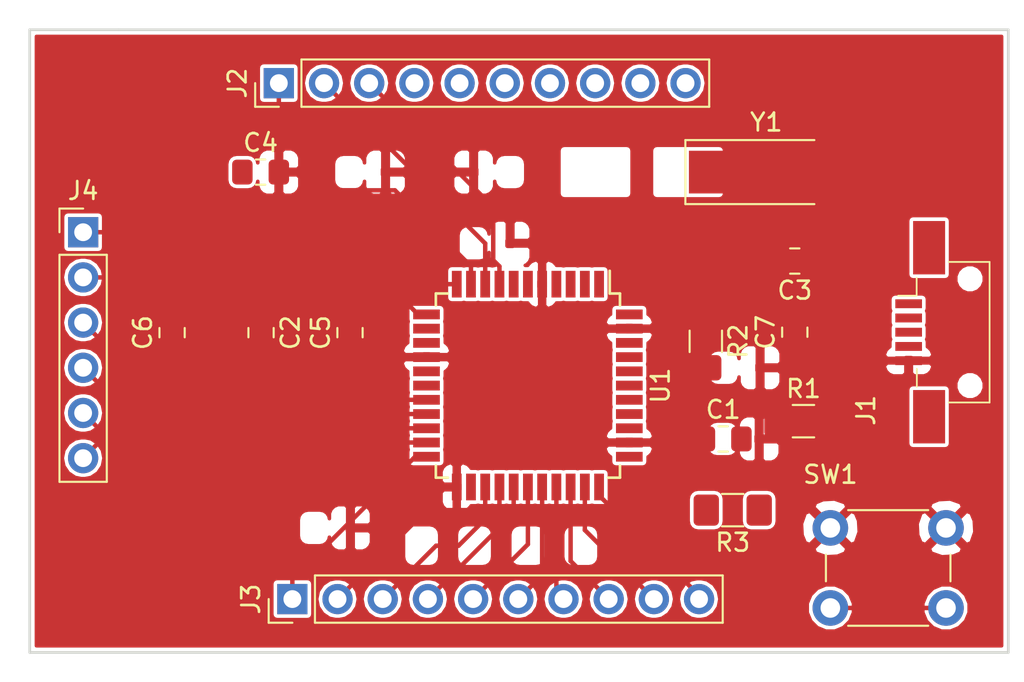
<source format=kicad_pcb>
(kicad_pcb (version 20171130) (host pcbnew 5.0.2+dfsg1-1)

  (general
    (thickness 1.6)
    (drawings 5)
    (tracks 57)
    (zones 0)
    (modules 17)
    (nets 40)
  )

  (page A4)
  (layers
    (0 F.Cu signal)
    (31 B.Cu signal)
    (32 B.Adhes user)
    (33 F.Adhes user)
    (34 B.Paste user)
    (35 F.Paste user)
    (36 B.SilkS user)
    (37 F.SilkS user)
    (38 B.Mask user)
    (39 F.Mask user)
    (40 Dwgs.User user)
    (41 Cmts.User user)
    (42 Eco1.User user)
    (43 Eco2.User user)
    (44 Edge.Cuts user)
    (45 Margin user)
    (46 B.CrtYd user)
    (47 F.CrtYd user)
    (48 B.Fab user)
    (49 F.Fab user)
  )

  (setup
    (last_trace_width 0.25)
    (trace_clearance 0.2)
    (zone_clearance 0.508)
    (zone_45_only no)
    (trace_min 0.2)
    (segment_width 0.2)
    (edge_width 0.15)
    (via_size 0.8)
    (via_drill 0.4)
    (via_min_size 0.4)
    (via_min_drill 0.3)
    (uvia_size 0.3)
    (uvia_drill 0.1)
    (uvias_allowed no)
    (uvia_min_size 0.2)
    (uvia_min_drill 0.1)
    (pcb_text_width 0.3)
    (pcb_text_size 1.5 1.5)
    (mod_edge_width 0.15)
    (mod_text_size 1 1)
    (mod_text_width 0.15)
    (pad_size 1.524 1.524)
    (pad_drill 0.762)
    (pad_to_mask_clearance 0.051)
    (solder_mask_min_width 0.25)
    (aux_axis_origin 0 0)
    (visible_elements FFFFFF7F)
    (pcbplotparams
      (layerselection 0x010fc_ffffffff)
      (usegerberextensions false)
      (usegerberattributes false)
      (usegerberadvancedattributes false)
      (creategerberjobfile false)
      (excludeedgelayer true)
      (linewidth 0.100000)
      (plotframeref false)
      (viasonmask false)
      (mode 1)
      (useauxorigin false)
      (hpglpennumber 1)
      (hpglpenspeed 20)
      (hpglpendiameter 15.000000)
      (psnegative false)
      (psa4output false)
      (plotreference true)
      (plotvalue true)
      (plotinvisibletext false)
      (padsonsilk false)
      (subtractmaskfromsilk false)
      (outputformat 1)
      (mirror false)
      (drillshape 0)
      (scaleselection 1)
      (outputdirectory "gerders/"))
  )

  (net 0 "")
  (net 1 "Net-(R2-Pad1)")
  (net 2 "Net-(J1-Pad2)")
  (net 3 "Net-(J1-Pad3)")
  (net 4 "Net-(R1-Pad1)")
  (net 5 +5V)
  (net 6 "Net-(C1-Pad1)")
  (net 7 GND)
  (net 8 "Net-(C4-Pad1)")
  (net 9 "Net-(C3-Pad1)")
  (net 10 "Net-(C2-Pad2)")
  (net 11 "Net-(U1-Pad42)")
  (net 12 "Net-(J1-Pad4)")
  (net 13 "Net-(J1-Pad6)")
  (net 14 Pino8)
  (net 15 Pino9)
  (net 16 Pino10)
  (net 17 Pino11)
  (net 18 Pino12)
  (net 19 Pino18)
  (net 20 Pino19)
  (net 21 Pino20)
  (net 22 Pino21)
  (net 23 Pino22)
  (net 24 Pino25)
  (net 25 Pino26)
  (net 26 Pino27)
  (net 27 Pino28)
  (net 28 Pino29)
  (net 29 Pino30)
  (net 30 Pino31)
  (net 31 Pino32)
  (net 32 Pino36)
  (net 33 Pino37)
  (net 34 Pino38)
  (net 35 Pino39)
  (net 36 Pino40)
  (net 37 Pino41)
  (net 38 Pino1)
  (net 39 Pino33)

  (net_class Default "Esta é a classe de rede padrão."
    (clearance 0.2)
    (trace_width 0.25)
    (via_dia 0.8)
    (via_drill 0.4)
    (uvia_dia 0.3)
    (uvia_drill 0.1)
    (add_net +5V)
    (add_net GND)
    (add_net "Net-(C1-Pad1)")
    (add_net "Net-(C2-Pad2)")
    (add_net "Net-(C3-Pad1)")
    (add_net "Net-(C4-Pad1)")
    (add_net "Net-(J1-Pad2)")
    (add_net "Net-(J1-Pad3)")
    (add_net "Net-(J1-Pad4)")
    (add_net "Net-(J1-Pad6)")
    (add_net "Net-(R1-Pad1)")
    (add_net "Net-(R2-Pad1)")
    (add_net "Net-(U1-Pad42)")
    (add_net Pino1)
    (add_net Pino10)
    (add_net Pino11)
    (add_net Pino12)
    (add_net Pino18)
    (add_net Pino19)
    (add_net Pino20)
    (add_net Pino21)
    (add_net Pino22)
    (add_net Pino25)
    (add_net Pino26)
    (add_net Pino27)
    (add_net Pino28)
    (add_net Pino29)
    (add_net Pino30)
    (add_net Pino31)
    (add_net Pino32)
    (add_net Pino33)
    (add_net Pino36)
    (add_net Pino37)
    (add_net Pino38)
    (add_net Pino39)
    (add_net Pino40)
    (add_net Pino41)
    (add_net Pino8)
    (add_net Pino9)
  )

  (module Button_Switch_THT:SW_PUSH_6mm (layer F.Cu) (tedit 5A02FE31) (tstamp 5D870220)
    (at 115 88)
    (descr https://www.omron.com/ecb/products/pdf/en-b3f.pdf)
    (tags "tact sw push 6mm")
    (path /5D7AB198)
    (fp_text reference SW1 (at 0 -3) (layer F.SilkS)
      (effects (font (size 1 1) (thickness 0.15)))
    )
    (fp_text value SW_Push (at 3.75 6.7) (layer F.Fab)
      (effects (font (size 1 1) (thickness 0.15)))
    )
    (fp_text user %R (at 3.25 2.25) (layer F.Fab)
      (effects (font (size 1 1) (thickness 0.15)))
    )
    (fp_line (start 3.25 -0.75) (end 6.25 -0.75) (layer F.Fab) (width 0.1))
    (fp_line (start 6.25 -0.75) (end 6.25 5.25) (layer F.Fab) (width 0.1))
    (fp_line (start 6.25 5.25) (end 0.25 5.25) (layer F.Fab) (width 0.1))
    (fp_line (start 0.25 5.25) (end 0.25 -0.75) (layer F.Fab) (width 0.1))
    (fp_line (start 0.25 -0.75) (end 3.25 -0.75) (layer F.Fab) (width 0.1))
    (fp_line (start 7.75 6) (end 8 6) (layer F.CrtYd) (width 0.05))
    (fp_line (start 8 6) (end 8 5.75) (layer F.CrtYd) (width 0.05))
    (fp_line (start 7.75 -1.5) (end 8 -1.5) (layer F.CrtYd) (width 0.05))
    (fp_line (start 8 -1.5) (end 8 -1.25) (layer F.CrtYd) (width 0.05))
    (fp_line (start -1.5 -1.25) (end -1.5 -1.5) (layer F.CrtYd) (width 0.05))
    (fp_line (start -1.5 -1.5) (end -1.25 -1.5) (layer F.CrtYd) (width 0.05))
    (fp_line (start -1.5 5.75) (end -1.5 6) (layer F.CrtYd) (width 0.05))
    (fp_line (start -1.5 6) (end -1.25 6) (layer F.CrtYd) (width 0.05))
    (fp_line (start -1.25 -1.5) (end 7.75 -1.5) (layer F.CrtYd) (width 0.05))
    (fp_line (start -1.5 5.75) (end -1.5 -1.25) (layer F.CrtYd) (width 0.05))
    (fp_line (start 7.75 6) (end -1.25 6) (layer F.CrtYd) (width 0.05))
    (fp_line (start 8 -1.25) (end 8 5.75) (layer F.CrtYd) (width 0.05))
    (fp_line (start 1 5.5) (end 5.5 5.5) (layer F.SilkS) (width 0.12))
    (fp_line (start -0.25 1.5) (end -0.25 3) (layer F.SilkS) (width 0.12))
    (fp_line (start 5.5 -1) (end 1 -1) (layer F.SilkS) (width 0.12))
    (fp_line (start 6.75 3) (end 6.75 1.5) (layer F.SilkS) (width 0.12))
    (fp_circle (center 3.25 2.25) (end 1.25 2.5) (layer F.Fab) (width 0.1))
    (pad 2 thru_hole circle (at 0 4.5 90) (size 2 2) (drill 1.1) (layers *.Cu *.Mask)
      (net 6 "Net-(C1-Pad1)"))
    (pad 1 thru_hole circle (at 0 0 90) (size 2 2) (drill 1.1) (layers *.Cu *.Mask)
      (net 7 GND))
    (pad 2 thru_hole circle (at 6.5 4.5 90) (size 2 2) (drill 1.1) (layers *.Cu *.Mask)
      (net 6 "Net-(C1-Pad1)"))
    (pad 1 thru_hole circle (at 6.5 0 90) (size 2 2) (drill 1.1) (layers *.Cu *.Mask)
      (net 7 GND))
    (model ${KISYS3DMOD}/Button_Switch_THT.3dshapes/SW_PUSH_6mm.wrl
      (at (xyz 0 0 0))
      (scale (xyz 1 1 1))
      (rotate (xyz 0 0 0))
    )
  )

  (module Capacitor_SMD:C_0805_2012Metric_Pad1.15x1.40mm_HandSolder (layer F.Cu) (tedit 5B36C52B) (tstamp 5D870201)
    (at 83 77.025 270)
    (descr "Capacitor SMD 0805 (2012 Metric), square (rectangular) end terminal, IPC_7351 nominal with elongated pad for handsoldering. (Body size source: https://docs.google.com/spreadsheets/d/1BsfQQcO9C6DZCsRaXUlFlo91Tg2WpOkGARC1WS5S8t0/edit?usp=sharing), generated with kicad-footprint-generator")
    (tags "capacitor handsolder")
    (path /5D7A593F)
    (attr smd)
    (fp_text reference C2 (at 0 -1.65 270) (layer F.SilkS)
      (effects (font (size 1 1) (thickness 0.15)))
    )
    (fp_text value 15p (at 0 1.65 270) (layer F.Fab)
      (effects (font (size 1 1) (thickness 0.15)))
    )
    (fp_line (start -1 0.6) (end -1 -0.6) (layer F.Fab) (width 0.1))
    (fp_line (start -1 -0.6) (end 1 -0.6) (layer F.Fab) (width 0.1))
    (fp_line (start 1 -0.6) (end 1 0.6) (layer F.Fab) (width 0.1))
    (fp_line (start 1 0.6) (end -1 0.6) (layer F.Fab) (width 0.1))
    (fp_line (start -0.261252 -0.71) (end 0.261252 -0.71) (layer F.SilkS) (width 0.12))
    (fp_line (start -0.261252 0.71) (end 0.261252 0.71) (layer F.SilkS) (width 0.12))
    (fp_line (start -1.85 0.95) (end -1.85 -0.95) (layer F.CrtYd) (width 0.05))
    (fp_line (start -1.85 -0.95) (end 1.85 -0.95) (layer F.CrtYd) (width 0.05))
    (fp_line (start 1.85 -0.95) (end 1.85 0.95) (layer F.CrtYd) (width 0.05))
    (fp_line (start 1.85 0.95) (end -1.85 0.95) (layer F.CrtYd) (width 0.05))
    (fp_text user %R (at 0 0 270) (layer F.Fab)
      (effects (font (size 0.5 0.5) (thickness 0.08)))
    )
    (pad 1 smd roundrect (at -1.025 0 270) (size 1.15 1.4) (layers F.Cu F.Paste F.Mask) (roundrect_rratio 0.217391)
      (net 7 GND))
    (pad 2 smd roundrect (at 1.025 0 270) (size 1.15 1.4) (layers F.Cu F.Paste F.Mask) (roundrect_rratio 0.217391)
      (net 10 "Net-(C2-Pad2)"))
    (model ${KISYS3DMOD}/Capacitor_SMD.3dshapes/C_0805_2012Metric.wrl
      (at (xyz 0 0 0))
      (scale (xyz 1 1 1))
      (rotate (xyz 0 0 0))
    )
  )

  (module Capacitor_SMD:C_0805_2012Metric_Pad1.15x1.40mm_HandSolder (layer F.Cu) (tedit 5B36C52B) (tstamp 5D7A920F)
    (at 113 73 180)
    (descr "Capacitor SMD 0805 (2012 Metric), square (rectangular) end terminal, IPC_7351 nominal with elongated pad for handsoldering. (Body size source: https://docs.google.com/spreadsheets/d/1BsfQQcO9C6DZCsRaXUlFlo91Tg2WpOkGARC1WS5S8t0/edit?usp=sharing), generated with kicad-footprint-generator")
    (tags "capacitor handsolder")
    (path /5D7A5A15)
    (attr smd)
    (fp_text reference C3 (at 0 -1.65 180) (layer F.SilkS)
      (effects (font (size 1 1) (thickness 0.15)))
    )
    (fp_text value 15p (at 0 1.65 180) (layer F.Fab)
      (effects (font (size 1 1) (thickness 0.15)))
    )
    (fp_text user %R (at 0 0 180) (layer F.Fab)
      (effects (font (size 0.5 0.5) (thickness 0.08)))
    )
    (fp_line (start 1.85 0.95) (end -1.85 0.95) (layer F.CrtYd) (width 0.05))
    (fp_line (start 1.85 -0.95) (end 1.85 0.95) (layer F.CrtYd) (width 0.05))
    (fp_line (start -1.85 -0.95) (end 1.85 -0.95) (layer F.CrtYd) (width 0.05))
    (fp_line (start -1.85 0.95) (end -1.85 -0.95) (layer F.CrtYd) (width 0.05))
    (fp_line (start -0.261252 0.71) (end 0.261252 0.71) (layer F.SilkS) (width 0.12))
    (fp_line (start -0.261252 -0.71) (end 0.261252 -0.71) (layer F.SilkS) (width 0.12))
    (fp_line (start 1 0.6) (end -1 0.6) (layer F.Fab) (width 0.1))
    (fp_line (start 1 -0.6) (end 1 0.6) (layer F.Fab) (width 0.1))
    (fp_line (start -1 -0.6) (end 1 -0.6) (layer F.Fab) (width 0.1))
    (fp_line (start -1 0.6) (end -1 -0.6) (layer F.Fab) (width 0.1))
    (pad 2 smd roundrect (at 1.025 0 180) (size 1.15 1.4) (layers F.Cu F.Paste F.Mask) (roundrect_rratio 0.217391)
      (net 7 GND))
    (pad 1 smd roundrect (at -1.025 0 180) (size 1.15 1.4) (layers F.Cu F.Paste F.Mask) (roundrect_rratio 0.217391)
      (net 9 "Net-(C3-Pad1)"))
    (model ${KISYS3DMOD}/Capacitor_SMD.3dshapes/C_0805_2012Metric.wrl
      (at (xyz 0 0 0))
      (scale (xyz 1 1 1))
      (rotate (xyz 0 0 0))
    )
  )

  (module Capacitor_SMD:C_0805_2012Metric_Pad1.15x1.40mm_HandSolder (layer F.Cu) (tedit 5B36C52B) (tstamp 5D8701DF)
    (at 82.975 68)
    (descr "Capacitor SMD 0805 (2012 Metric), square (rectangular) end terminal, IPC_7351 nominal with elongated pad for handsoldering. (Body size source: https://docs.google.com/spreadsheets/d/1BsfQQcO9C6DZCsRaXUlFlo91Tg2WpOkGARC1WS5S8t0/edit?usp=sharing), generated with kicad-footprint-generator")
    (tags "capacitor handsolder")
    (path /5D7A88D1)
    (attr smd)
    (fp_text reference C4 (at 0 -1.65) (layer F.SilkS)
      (effects (font (size 1 1) (thickness 0.15)))
    )
    (fp_text value 1u (at 0 1.65) (layer F.Fab)
      (effects (font (size 1 1) (thickness 0.15)))
    )
    (fp_line (start -1 0.6) (end -1 -0.6) (layer F.Fab) (width 0.1))
    (fp_line (start -1 -0.6) (end 1 -0.6) (layer F.Fab) (width 0.1))
    (fp_line (start 1 -0.6) (end 1 0.6) (layer F.Fab) (width 0.1))
    (fp_line (start 1 0.6) (end -1 0.6) (layer F.Fab) (width 0.1))
    (fp_line (start -0.261252 -0.71) (end 0.261252 -0.71) (layer F.SilkS) (width 0.12))
    (fp_line (start -0.261252 0.71) (end 0.261252 0.71) (layer F.SilkS) (width 0.12))
    (fp_line (start -1.85 0.95) (end -1.85 -0.95) (layer F.CrtYd) (width 0.05))
    (fp_line (start -1.85 -0.95) (end 1.85 -0.95) (layer F.CrtYd) (width 0.05))
    (fp_line (start 1.85 -0.95) (end 1.85 0.95) (layer F.CrtYd) (width 0.05))
    (fp_line (start 1.85 0.95) (end -1.85 0.95) (layer F.CrtYd) (width 0.05))
    (fp_text user %R (at 0 0) (layer F.Fab)
      (effects (font (size 0.5 0.5) (thickness 0.08)))
    )
    (pad 1 smd roundrect (at -1.025 0) (size 1.15 1.4) (layers F.Cu F.Paste F.Mask) (roundrect_rratio 0.217391)
      (net 8 "Net-(C4-Pad1)"))
    (pad 2 smd roundrect (at 1.025 0) (size 1.15 1.4) (layers F.Cu F.Paste F.Mask) (roundrect_rratio 0.217391)
      (net 7 GND))
    (model ${KISYS3DMOD}/Capacitor_SMD.3dshapes/C_0805_2012Metric.wrl
      (at (xyz 0 0 0))
      (scale (xyz 1 1 1))
      (rotate (xyz 0 0 0))
    )
  )

  (module Capacitor_SMD:C_0805_2012Metric_Pad1.15x1.40mm_HandSolder (layer F.Cu) (tedit 5B36C52B) (tstamp 5D8701CE)
    (at 88 77.025 90)
    (descr "Capacitor SMD 0805 (2012 Metric), square (rectangular) end terminal, IPC_7351 nominal with elongated pad for handsoldering. (Body size source: https://docs.google.com/spreadsheets/d/1BsfQQcO9C6DZCsRaXUlFlo91Tg2WpOkGARC1WS5S8t0/edit?usp=sharing), generated with kicad-footprint-generator")
    (tags "capacitor handsolder")
    (path /5D7A8FE1)
    (attr smd)
    (fp_text reference C5 (at 0 -1.65 90) (layer F.SilkS)
      (effects (font (size 1 1) (thickness 0.15)))
    )
    (fp_text value 1u (at 0 1.65 90) (layer F.Fab)
      (effects (font (size 1 1) (thickness 0.15)))
    )
    (fp_text user %R (at -0.245001 0 90) (layer F.Fab)
      (effects (font (size 0.5 0.5) (thickness 0.08)))
    )
    (fp_line (start 1.85 0.95) (end -1.85 0.95) (layer F.CrtYd) (width 0.05))
    (fp_line (start 1.85 -0.95) (end 1.85 0.95) (layer F.CrtYd) (width 0.05))
    (fp_line (start -1.85 -0.95) (end 1.85 -0.95) (layer F.CrtYd) (width 0.05))
    (fp_line (start -1.85 0.95) (end -1.85 -0.95) (layer F.CrtYd) (width 0.05))
    (fp_line (start -0.261252 0.71) (end 0.261252 0.71) (layer F.SilkS) (width 0.12))
    (fp_line (start -0.261252 -0.71) (end 0.261252 -0.71) (layer F.SilkS) (width 0.12))
    (fp_line (start 1 0.6) (end -1 0.6) (layer F.Fab) (width 0.1))
    (fp_line (start 1 -0.6) (end 1 0.6) (layer F.Fab) (width 0.1))
    (fp_line (start -1 -0.6) (end 1 -0.6) (layer F.Fab) (width 0.1))
    (fp_line (start -1 0.6) (end -1 -0.6) (layer F.Fab) (width 0.1))
    (pad 2 smd roundrect (at 1.025 0 90) (size 1.15 1.4) (layers F.Cu F.Paste F.Mask) (roundrect_rratio 0.217391)
      (net 7 GND))
    (pad 1 smd roundrect (at -1.025 0 90) (size 1.15 1.4) (layers F.Cu F.Paste F.Mask) (roundrect_rratio 0.217391)
      (net 5 +5V))
    (model ${KISYS3DMOD}/Capacitor_SMD.3dshapes/C_0805_2012Metric.wrl
      (at (xyz 0 0 0))
      (scale (xyz 1 1 1))
      (rotate (xyz 0 0 0))
    )
  )

  (module Capacitor_SMD:C_0805_2012Metric_Pad1.15x1.40mm_HandSolder (layer F.Cu) (tedit 5B36C52B) (tstamp 5D8701BD)
    (at 78 77.025 90)
    (descr "Capacitor SMD 0805 (2012 Metric), square (rectangular) end terminal, IPC_7351 nominal with elongated pad for handsoldering. (Body size source: https://docs.google.com/spreadsheets/d/1BsfQQcO9C6DZCsRaXUlFlo91Tg2WpOkGARC1WS5S8t0/edit?usp=sharing), generated with kicad-footprint-generator")
    (tags "capacitor handsolder")
    (path /5D7A9043)
    (attr smd)
    (fp_text reference C6 (at 0 -1.65 90) (layer F.SilkS)
      (effects (font (size 1 1) (thickness 0.15)))
    )
    (fp_text value 100n (at 0 1.65 90) (layer F.Fab)
      (effects (font (size 1 1) (thickness 0.15)))
    )
    (fp_line (start -1 0.6) (end -1 -0.6) (layer F.Fab) (width 0.1))
    (fp_line (start -1 -0.6) (end 1 -0.6) (layer F.Fab) (width 0.1))
    (fp_line (start 1 -0.6) (end 1 0.6) (layer F.Fab) (width 0.1))
    (fp_line (start 1 0.6) (end -1 0.6) (layer F.Fab) (width 0.1))
    (fp_line (start -0.261252 -0.71) (end 0.261252 -0.71) (layer F.SilkS) (width 0.12))
    (fp_line (start -0.261252 0.71) (end 0.261252 0.71) (layer F.SilkS) (width 0.12))
    (fp_line (start -1.85 0.95) (end -1.85 -0.95) (layer F.CrtYd) (width 0.05))
    (fp_line (start -1.85 -0.95) (end 1.85 -0.95) (layer F.CrtYd) (width 0.05))
    (fp_line (start 1.85 -0.95) (end 1.85 0.95) (layer F.CrtYd) (width 0.05))
    (fp_line (start 1.85 0.95) (end -1.85 0.95) (layer F.CrtYd) (width 0.05))
    (fp_text user %R (at 0 0 90) (layer F.Fab)
      (effects (font (size 0.5 0.5) (thickness 0.08)))
    )
    (pad 1 smd roundrect (at -1.025 0 90) (size 1.15 1.4) (layers F.Cu F.Paste F.Mask) (roundrect_rratio 0.217391)
      (net 5 +5V))
    (pad 2 smd roundrect (at 1.025 0 90) (size 1.15 1.4) (layers F.Cu F.Paste F.Mask) (roundrect_rratio 0.217391)
      (net 7 GND))
    (model ${KISYS3DMOD}/Capacitor_SMD.3dshapes/C_0805_2012Metric.wrl
      (at (xyz 0 0 0))
      (scale (xyz 1 1 1))
      (rotate (xyz 0 0 0))
    )
  )

  (module Capacitor_SMD:C_0805_2012Metric_Pad1.15x1.40mm_HandSolder (layer F.Cu) (tedit 5B36C52B) (tstamp 5D7A82F5)
    (at 113 77 90)
    (descr "Capacitor SMD 0805 (2012 Metric), square (rectangular) end terminal, IPC_7351 nominal with elongated pad for handsoldering. (Body size source: https://docs.google.com/spreadsheets/d/1BsfQQcO9C6DZCsRaXUlFlo91Tg2WpOkGARC1WS5S8t0/edit?usp=sharing), generated with kicad-footprint-generator")
    (tags "capacitor handsolder")
    (path /5D7A9089)
    (attr smd)
    (fp_text reference C7 (at 0 -1.65 90) (layer F.SilkS)
      (effects (font (size 1 1) (thickness 0.15)))
    )
    (fp_text value 100n (at 0 1.65 90) (layer F.Fab)
      (effects (font (size 1 1) (thickness 0.15)))
    )
    (fp_text user %R (at 0 0 90) (layer F.Fab)
      (effects (font (size 0.5 0.5) (thickness 0.08)))
    )
    (fp_line (start 1.85 0.95) (end -1.85 0.95) (layer F.CrtYd) (width 0.05))
    (fp_line (start 1.85 -0.95) (end 1.85 0.95) (layer F.CrtYd) (width 0.05))
    (fp_line (start -1.85 -0.95) (end 1.85 -0.95) (layer F.CrtYd) (width 0.05))
    (fp_line (start -1.85 0.95) (end -1.85 -0.95) (layer F.CrtYd) (width 0.05))
    (fp_line (start -0.261252 0.71) (end 0.261252 0.71) (layer F.SilkS) (width 0.12))
    (fp_line (start -0.261252 -0.71) (end 0.261252 -0.71) (layer F.SilkS) (width 0.12))
    (fp_line (start 1 0.6) (end -1 0.6) (layer F.Fab) (width 0.1))
    (fp_line (start 1 -0.6) (end 1 0.6) (layer F.Fab) (width 0.1))
    (fp_line (start -1 -0.6) (end 1 -0.6) (layer F.Fab) (width 0.1))
    (fp_line (start -1 0.6) (end -1 -0.6) (layer F.Fab) (width 0.1))
    (pad 2 smd roundrect (at 1.025 0 90) (size 1.15 1.4) (layers F.Cu F.Paste F.Mask) (roundrect_rratio 0.217391)
      (net 7 GND))
    (pad 1 smd roundrect (at -1.025 0 90) (size 1.15 1.4) (layers F.Cu F.Paste F.Mask) (roundrect_rratio 0.217391)
      (net 5 +5V))
    (model ${KISYS3DMOD}/Capacitor_SMD.3dshapes/C_0805_2012Metric.wrl
      (at (xyz 0 0 0))
      (scale (xyz 1 1 1))
      (rotate (xyz 0 0 0))
    )
  )

  (module Capacitor_SMD:C_0805_2012Metric_Pad1.15x1.40mm_HandSolder (layer F.Cu) (tedit 5B36C52B) (tstamp 5D87019B)
    (at 108.975 83)
    (descr "Capacitor SMD 0805 (2012 Metric), square (rectangular) end terminal, IPC_7351 nominal with elongated pad for handsoldering. (Body size source: https://docs.google.com/spreadsheets/d/1BsfQQcO9C6DZCsRaXUlFlo91Tg2WpOkGARC1WS5S8t0/edit?usp=sharing), generated with kicad-footprint-generator")
    (tags "capacitor handsolder")
    (path /5D7AC572)
    (attr smd)
    (fp_text reference C1 (at 0 -1.65) (layer F.SilkS)
      (effects (font (size 1 1) (thickness 0.15)))
    )
    (fp_text value 100n (at 0 1.65) (layer F.Fab)
      (effects (font (size 1 1) (thickness 0.15)))
    )
    (fp_line (start -1 0.6) (end -1 -0.6) (layer F.Fab) (width 0.1))
    (fp_line (start -1 -0.6) (end 1 -0.6) (layer F.Fab) (width 0.1))
    (fp_line (start 1 -0.6) (end 1 0.6) (layer F.Fab) (width 0.1))
    (fp_line (start 1 0.6) (end -1 0.6) (layer F.Fab) (width 0.1))
    (fp_line (start -0.261252 -0.71) (end 0.261252 -0.71) (layer F.SilkS) (width 0.12))
    (fp_line (start -0.261252 0.71) (end 0.261252 0.71) (layer F.SilkS) (width 0.12))
    (fp_line (start -1.85 0.95) (end -1.85 -0.95) (layer F.CrtYd) (width 0.05))
    (fp_line (start -1.85 -0.95) (end 1.85 -0.95) (layer F.CrtYd) (width 0.05))
    (fp_line (start 1.85 -0.95) (end 1.85 0.95) (layer F.CrtYd) (width 0.05))
    (fp_line (start 1.85 0.95) (end -1.85 0.95) (layer F.CrtYd) (width 0.05))
    (fp_text user %R (at 0 0) (layer F.Fab)
      (effects (font (size 0.5 0.5) (thickness 0.08)))
    )
    (pad 1 smd roundrect (at -1.025 0) (size 1.15 1.4) (layers F.Cu F.Paste F.Mask) (roundrect_rratio 0.217391)
      (net 6 "Net-(C1-Pad1)"))
    (pad 2 smd roundrect (at 1.025 0) (size 1.15 1.4) (layers F.Cu F.Paste F.Mask) (roundrect_rratio 0.217391)
      (net 7 GND))
    (model ${KISYS3DMOD}/Capacitor_SMD.3dshapes/C_0805_2012Metric.wrl
      (at (xyz 0 0 0))
      (scale (xyz 1 1 1))
      (rotate (xyz 0 0 0))
    )
  )

  (module Connector_PinHeader_2.54mm:PinHeader_1x06_P2.54mm_Vertical (layer F.Cu) (tedit 59FED5CC) (tstamp 5D87018A)
    (at 73 71.38)
    (descr "Through hole straight pin header, 1x06, 2.54mm pitch, single row")
    (tags "Through hole pin header THT 1x06 2.54mm single row")
    (path /5D7C54FC)
    (fp_text reference J4 (at 0 -2.33) (layer F.SilkS)
      (effects (font (size 1 1) (thickness 0.15)))
    )
    (fp_text value Conn_01x06 (at 0 15.03) (layer F.Fab)
      (effects (font (size 1 1) (thickness 0.15)))
    )
    (fp_line (start -0.635 -1.27) (end 1.27 -1.27) (layer F.Fab) (width 0.1))
    (fp_line (start 1.27 -1.27) (end 1.27 13.97) (layer F.Fab) (width 0.1))
    (fp_line (start 1.27 13.97) (end -1.27 13.97) (layer F.Fab) (width 0.1))
    (fp_line (start -1.27 13.97) (end -1.27 -0.635) (layer F.Fab) (width 0.1))
    (fp_line (start -1.27 -0.635) (end -0.635 -1.27) (layer F.Fab) (width 0.1))
    (fp_line (start -1.33 14.03) (end 1.33 14.03) (layer F.SilkS) (width 0.12))
    (fp_line (start -1.33 1.27) (end -1.33 14.03) (layer F.SilkS) (width 0.12))
    (fp_line (start 1.33 1.27) (end 1.33 14.03) (layer F.SilkS) (width 0.12))
    (fp_line (start -1.33 1.27) (end 1.33 1.27) (layer F.SilkS) (width 0.12))
    (fp_line (start -1.33 0) (end -1.33 -1.33) (layer F.SilkS) (width 0.12))
    (fp_line (start -1.33 -1.33) (end 0 -1.33) (layer F.SilkS) (width 0.12))
    (fp_line (start -1.8 -1.8) (end -1.8 14.5) (layer F.CrtYd) (width 0.05))
    (fp_line (start -1.8 14.5) (end 1.8 14.5) (layer F.CrtYd) (width 0.05))
    (fp_line (start 1.8 14.5) (end 1.8 -1.8) (layer F.CrtYd) (width 0.05))
    (fp_line (start 1.8 -1.8) (end -1.8 -1.8) (layer F.CrtYd) (width 0.05))
    (fp_text user %R (at 0 6.35 90) (layer F.Fab)
      (effects (font (size 1 1) (thickness 0.15)))
    )
    (pad 1 thru_hole rect (at 0 0) (size 1.7 1.7) (drill 1) (layers *.Cu *.Mask)
      (net 17 Pino11))
    (pad 2 thru_hole oval (at 0 2.54) (size 1.7 1.7) (drill 1) (layers *.Cu *.Mask)
      (net 18 Pino12))
    (pad 3 thru_hole oval (at 0 5.08) (size 1.7 1.7) (drill 1) (layers *.Cu *.Mask)
      (net 19 Pino18))
    (pad 4 thru_hole oval (at 0 7.62) (size 1.7 1.7) (drill 1) (layers *.Cu *.Mask)
      (net 20 Pino19))
    (pad 5 thru_hole oval (at 0 10.16) (size 1.7 1.7) (drill 1) (layers *.Cu *.Mask)
      (net 21 Pino20))
    (pad 6 thru_hole oval (at 0 12.7) (size 1.7 1.7) (drill 1) (layers *.Cu *.Mask)
      (net 22 Pino21))
    (model ${KISYS3DMOD}/Connector_PinHeader_2.54mm.3dshapes/PinHeader_1x06_P2.54mm_Vertical.wrl
      (at (xyz 0 0 0))
      (scale (xyz 1 1 1))
      (rotate (xyz 0 0 0))
    )
  )

  (module Connector_PinHeader_2.54mm:PinHeader_1x10_P2.54mm_Vertical (layer F.Cu) (tedit 59FED5CC) (tstamp 5D870170)
    (at 84.76 92 90)
    (descr "Through hole straight pin header, 1x10, 2.54mm pitch, single row")
    (tags "Through hole pin header THT 1x10 2.54mm single row")
    (path /5D7BB060)
    (fp_text reference J3 (at 0 -2.33 90) (layer F.SilkS)
      (effects (font (size 1 1) (thickness 0.15)))
    )
    (fp_text value Conn_01x10 (at 0 25.19 90) (layer F.Fab)
      (effects (font (size 1 1) (thickness 0.15)))
    )
    (fp_text user %R (at 1 12.7 180) (layer F.Fab)
      (effects (font (size 1 1) (thickness 0.15)))
    )
    (fp_line (start 1.8 -1.8) (end -1.8 -1.8) (layer F.CrtYd) (width 0.05))
    (fp_line (start 1.8 24.65) (end 1.8 -1.8) (layer F.CrtYd) (width 0.05))
    (fp_line (start -1.8 24.65) (end 1.8 24.65) (layer F.CrtYd) (width 0.05))
    (fp_line (start -1.8 -1.8) (end -1.8 24.65) (layer F.CrtYd) (width 0.05))
    (fp_line (start -1.33 -1.33) (end 0 -1.33) (layer F.SilkS) (width 0.12))
    (fp_line (start -1.33 0) (end -1.33 -1.33) (layer F.SilkS) (width 0.12))
    (fp_line (start -1.33 1.27) (end 1.33 1.27) (layer F.SilkS) (width 0.12))
    (fp_line (start 1.33 1.27) (end 1.33 24.19) (layer F.SilkS) (width 0.12))
    (fp_line (start -1.33 1.27) (end -1.33 24.19) (layer F.SilkS) (width 0.12))
    (fp_line (start -1.33 24.19) (end 1.33 24.19) (layer F.SilkS) (width 0.12))
    (fp_line (start -1.27 -0.635) (end -0.635 -1.27) (layer F.Fab) (width 0.1))
    (fp_line (start -1.27 24.13) (end -1.27 -0.635) (layer F.Fab) (width 0.1))
    (fp_line (start 1.27 24.13) (end -1.27 24.13) (layer F.Fab) (width 0.1))
    (fp_line (start 1.27 -1.27) (end 1.27 24.13) (layer F.Fab) (width 0.1))
    (fp_line (start -0.635 -1.27) (end 1.27 -1.27) (layer F.Fab) (width 0.1))
    (pad 10 thru_hole oval (at 0 22.86 90) (size 1.7 1.7) (drill 1) (layers *.Cu *.Mask)
      (net 39 Pino33))
    (pad 9 thru_hole oval (at 0 20.32 90) (size 1.7 1.7) (drill 1) (layers *.Cu *.Mask)
      (net 31 Pino32))
    (pad 8 thru_hole oval (at 0 17.78 90) (size 1.7 1.7) (drill 1) (layers *.Cu *.Mask)
      (net 30 Pino31))
    (pad 7 thru_hole oval (at 0 15.24 90) (size 1.7 1.7) (drill 1) (layers *.Cu *.Mask)
      (net 29 Pino30))
    (pad 6 thru_hole oval (at 0 12.7 90) (size 1.7 1.7) (drill 1) (layers *.Cu *.Mask)
      (net 28 Pino29))
    (pad 5 thru_hole oval (at 0 10.16 90) (size 1.7 1.7) (drill 1) (layers *.Cu *.Mask)
      (net 27 Pino28))
    (pad 4 thru_hole oval (at 0 7.62 90) (size 1.7 1.7) (drill 1) (layers *.Cu *.Mask)
      (net 26 Pino27))
    (pad 3 thru_hole oval (at 0 5.08 90) (size 1.7 1.7) (drill 1) (layers *.Cu *.Mask)
      (net 25 Pino26))
    (pad 2 thru_hole oval (at 0 2.54 90) (size 1.7 1.7) (drill 1) (layers *.Cu *.Mask)
      (net 24 Pino25))
    (pad 1 thru_hole rect (at 0 0 90) (size 1.7 1.7) (drill 1) (layers *.Cu *.Mask)
      (net 23 Pino22))
    (model ${KISYS3DMOD}/Connector_PinHeader_2.54mm.3dshapes/PinHeader_1x10_P2.54mm_Vertical.wrl
      (at (xyz 0 0 0))
      (scale (xyz 1 1 1))
      (rotate (xyz 0 0 0))
    )
  )

  (module Connector_PinHeader_2.54mm:PinHeader_1x10_P2.54mm_Vertical (layer F.Cu) (tedit 59FED5CC) (tstamp 5D870152)
    (at 84 63 90)
    (descr "Through hole straight pin header, 1x10, 2.54mm pitch, single row")
    (tags "Through hole pin header THT 1x10 2.54mm single row")
    (path /5D7B5850)
    (fp_text reference J2 (at 0 -2.33 90) (layer F.SilkS)
      (effects (font (size 1 1) (thickness 0.15)))
    )
    (fp_text value Conn_01x10 (at 0 25.19 90) (layer F.Fab)
      (effects (font (size 1 1) (thickness 0.15)))
    )
    (fp_line (start -0.635 -1.27) (end 1.27 -1.27) (layer F.Fab) (width 0.1))
    (fp_line (start 1.27 -1.27) (end 1.27 24.13) (layer F.Fab) (width 0.1))
    (fp_line (start 1.27 24.13) (end -1.27 24.13) (layer F.Fab) (width 0.1))
    (fp_line (start -1.27 24.13) (end -1.27 -0.635) (layer F.Fab) (width 0.1))
    (fp_line (start -1.27 -0.635) (end -0.635 -1.27) (layer F.Fab) (width 0.1))
    (fp_line (start -1.33 24.19) (end 1.33 24.19) (layer F.SilkS) (width 0.12))
    (fp_line (start -1.33 1.27) (end -1.33 24.19) (layer F.SilkS) (width 0.12))
    (fp_line (start 1.33 1.27) (end 1.33 24.19) (layer F.SilkS) (width 0.12))
    (fp_line (start -1.33 1.27) (end 1.33 1.27) (layer F.SilkS) (width 0.12))
    (fp_line (start -1.33 0) (end -1.33 -1.33) (layer F.SilkS) (width 0.12))
    (fp_line (start -1.33 -1.33) (end 0 -1.33) (layer F.SilkS) (width 0.12))
    (fp_line (start -1.8 -1.8) (end -1.8 24.65) (layer F.CrtYd) (width 0.05))
    (fp_line (start -1.8 24.65) (end 1.8 24.65) (layer F.CrtYd) (width 0.05))
    (fp_line (start 1.8 24.65) (end 1.8 -1.8) (layer F.CrtYd) (width 0.05))
    (fp_line (start 1.8 -1.8) (end -1.8 -1.8) (layer F.CrtYd) (width 0.05))
    (fp_text user %R (at 0 11.43 180) (layer F.Fab)
      (effects (font (size 1 1) (thickness 0.15)))
    )
    (pad 1 thru_hole rect (at 0 0 90) (size 1.7 1.7) (drill 1) (layers *.Cu *.Mask)
      (net 16 Pino10))
    (pad 2 thru_hole oval (at 0 2.54 90) (size 1.7 1.7) (drill 1) (layers *.Cu *.Mask)
      (net 15 Pino9))
    (pad 3 thru_hole oval (at 0 5.08 90) (size 1.7 1.7) (drill 1) (layers *.Cu *.Mask)
      (net 14 Pino8))
    (pad 4 thru_hole oval (at 0 7.62 90) (size 1.7 1.7) (drill 1) (layers *.Cu *.Mask)
      (net 37 Pino41))
    (pad 5 thru_hole oval (at 0 10.16 90) (size 1.7 1.7) (drill 1) (layers *.Cu *.Mask)
      (net 36 Pino40))
    (pad 6 thru_hole oval (at 0 12.7 90) (size 1.7 1.7) (drill 1) (layers *.Cu *.Mask)
      (net 35 Pino39))
    (pad 7 thru_hole oval (at 0 15.24 90) (size 1.7 1.7) (drill 1) (layers *.Cu *.Mask)
      (net 34 Pino38))
    (pad 8 thru_hole oval (at 0 17.78 90) (size 1.7 1.7) (drill 1) (layers *.Cu *.Mask)
      (net 33 Pino37))
    (pad 9 thru_hole oval (at 0 20.32 90) (size 1.7 1.7) (drill 1) (layers *.Cu *.Mask)
      (net 32 Pino36))
    (pad 10 thru_hole oval (at 0 22.86 90) (size 1.7 1.7) (drill 1) (layers *.Cu *.Mask)
      (net 38 Pino1))
    (model ${KISYS3DMOD}/Connector_PinHeader_2.54mm.3dshapes/PinHeader_1x10_P2.54mm_Vertical.wrl
      (at (xyz 0 0 0))
      (scale (xyz 1 1 1))
      (rotate (xyz 0 0 0))
    )
  )

  (module Connector_USB:USB_Mini-B_AdamTech_MUSB-B5-S-VT-TSMT-1_SMD_Vertical (layer F.Cu) (tedit 5B6C3FF0) (tstamp 5D870134)
    (at 121 77)
    (descr http://www.adam-tech.com/upload/MUSB-B5-S-VT-TSMT-1.pdf)
    (tags "USB Mini-B")
    (path /5D7A3DE3)
    (attr smd)
    (fp_text reference J1 (at -4 4.39 90) (layer F.SilkS)
      (effects (font (size 1 1) (thickness 0.15)))
    )
    (fp_text value USB_B_Micro (at 0 7.58) (layer F.Fab)
      (effects (font (size 1 1) (thickness 0.15)))
    )
    (fp_line (start -2.85 -6.75) (end 3.35 -6.75) (layer F.CrtYd) (width 0.05))
    (fp_line (start 3.35 -6.75) (end 3.35 6.75) (layer F.CrtYd) (width 0.05))
    (fp_line (start 3.35 6.75) (end -2.85 6.75) (layer F.CrtYd) (width 0.05))
    (fp_line (start -2.85 6.75) (end -2.85 -6.75) (layer F.CrtYd) (width 0.05))
    (fp_text user %R (at 0.49 0.015 90) (layer F.Fab)
      (effects (font (size 1 1) (thickness 0.15)))
    )
    (fp_line (start 2.85 3.85) (end 2.85 -3.85) (layer F.Fab) (width 0.1))
    (fp_line (start 2.85 -3.85) (end -1.05 -3.85) (layer F.Fab) (width 0.1))
    (fp_line (start -1.05 3.85) (end 2.85 3.85) (layer F.Fab) (width 0.1))
    (fp_line (start -1.05 -5.85) (end -1.05 5.85) (layer F.Fab) (width 0.1))
    (fp_line (start -1.05 5.85) (end 0.2 5.85) (layer F.Fab) (width 0.1))
    (fp_line (start 0.2 5.85) (end 0.2 3.85) (layer F.Fab) (width 0.1))
    (fp_line (start -1.05 -5.85) (end 0.2 -5.85) (layer F.Fab) (width 0.1))
    (fp_line (start 0.2 -5.85) (end 0.2 -3.85) (layer F.Fab) (width 0.1))
    (fp_line (start -1.15 -2.05) (end -1.15 -3.05) (layer F.SilkS) (width 0.1))
    (fp_line (start -2.2 -2.05) (end -1.15 -2.05) (layer F.SilkS) (width 0.1))
    (fp_line (start -1.138539 2.064476) (end -1.138539 3.064476) (layer F.SilkS) (width 0.1))
    (fp_line (start 0.65 3.95) (end 2.95 3.95) (layer F.SilkS) (width 0.1))
    (fp_line (start 2.95 3.95) (end 2.95 -3.95) (layer F.SilkS) (width 0.1))
    (fp_line (start 2.95 -3.95) (end 0.65 -3.95) (layer F.SilkS) (width 0.1))
    (fp_line (start -1.05 -1.85) (end -0.65 -1.6) (layer F.Fab) (width 0.1))
    (fp_line (start -0.65 -1.6) (end -1.05 -1.35) (layer F.Fab) (width 0.1))
    (pad "" np_thru_hole circle (at 1.85 3 90) (size 1 1) (drill 1) (layers *.Cu *.Mask))
    (pad "" np_thru_hole circle (at 1.85 -3 90) (size 1 1) (drill 1) (layers *.Cu *.Mask))
    (pad 5 smd rect (at -1.6 1.6 90) (size 0.5 1.5) (layers F.Cu F.Paste F.Mask)
      (net 7 GND))
    (pad 4 smd rect (at -1.6 0.8 90) (size 0.5 1.5) (layers F.Cu F.Paste F.Mask)
      (net 12 "Net-(J1-Pad4)"))
    (pad 3 smd rect (at -1.6 0 90) (size 0.5 1.5) (layers F.Cu F.Paste F.Mask)
      (net 3 "Net-(J1-Pad3)"))
    (pad 2 smd rect (at -1.6 -0.8 90) (size 0.5 1.5) (layers F.Cu F.Paste F.Mask)
      (net 2 "Net-(J1-Pad2)"))
    (pad 1 smd rect (at -1.6 -1.6 90) (size 0.5 1.5) (layers F.Cu F.Paste F.Mask)
      (net 5 +5V))
    (pad 6 smd rect (at -0.45 4.75 90) (size 3 1.8) (layers F.Cu F.Paste F.Mask)
      (net 13 "Net-(J1-Pad6)"))
    (pad 6 smd rect (at -0.45 -4.75 90) (size 3 1.8) (layers F.Cu F.Paste F.Mask)
      (net 13 "Net-(J1-Pad6)"))
    (model ${KISYS3DMOD}/Connector_USB.3dshapes/USB_Mini-B_AdamTech_MUSB-B5-S-VT-TSMT-1_SMD_Vertical.wrl
      (at (xyz 0 0 0))
      (scale (xyz 1 1 1))
      (rotate (xyz 0 0 0))
    )
  )

  (module Crystal:Crystal_SMD_5032-2Pin_5.0x3.2mm_HandSoldering (layer F.Cu) (tedit 5A0FD1B2) (tstamp 5D7A81B5)
    (at 111.4 68)
    (descr "SMD Crystal SERIES SMD2520/2 http://www.icbase.com/File/PDF/HKC/HKC00061008.pdf, hand-soldering, 5.0x3.2mm^2 package")
    (tags "SMD SMT crystal hand-soldering")
    (path /5D7A541D)
    (attr smd)
    (fp_text reference Y1 (at 0 -2.8) (layer F.SilkS)
      (effects (font (size 1 1) (thickness 0.15)))
    )
    (fp_text value 16MHz (at 0 2.8) (layer F.Fab)
      (effects (font (size 1 1) (thickness 0.15)))
    )
    (fp_text user %R (at 0 0) (layer F.Fab)
      (effects (font (size 1 1) (thickness 0.15)))
    )
    (fp_line (start -2.3 -1.6) (end 2.3 -1.6) (layer F.Fab) (width 0.1))
    (fp_line (start 2.3 -1.6) (end 2.5 -1.4) (layer F.Fab) (width 0.1))
    (fp_line (start 2.5 -1.4) (end 2.5 1.4) (layer F.Fab) (width 0.1))
    (fp_line (start 2.5 1.4) (end 2.3 1.6) (layer F.Fab) (width 0.1))
    (fp_line (start 2.3 1.6) (end -2.3 1.6) (layer F.Fab) (width 0.1))
    (fp_line (start -2.3 1.6) (end -2.5 1.4) (layer F.Fab) (width 0.1))
    (fp_line (start -2.5 1.4) (end -2.5 -1.4) (layer F.Fab) (width 0.1))
    (fp_line (start -2.5 -1.4) (end -2.3 -1.6) (layer F.Fab) (width 0.1))
    (fp_line (start -2.5 0.6) (end -1.5 1.6) (layer F.Fab) (width 0.1))
    (fp_line (start 2.7 -1.8) (end -4.55 -1.8) (layer F.SilkS) (width 0.12))
    (fp_line (start -4.55 -1.8) (end -4.55 1.8) (layer F.SilkS) (width 0.12))
    (fp_line (start -4.55 1.8) (end 2.7 1.8) (layer F.SilkS) (width 0.12))
    (fp_line (start -4.6 -1.9) (end -4.6 1.9) (layer F.CrtYd) (width 0.05))
    (fp_line (start -4.6 1.9) (end 4.6 1.9) (layer F.CrtYd) (width 0.05))
    (fp_line (start 4.6 1.9) (end 4.6 -1.9) (layer F.CrtYd) (width 0.05))
    (fp_line (start 4.6 -1.9) (end -4.6 -1.9) (layer F.CrtYd) (width 0.05))
    (fp_circle (center 0 0) (end 0.4 0) (layer F.Adhes) (width 0.1))
    (fp_circle (center 0 0) (end 0.333333 0) (layer F.Adhes) (width 0.133333))
    (fp_circle (center 0 0) (end 0.213333 0) (layer F.Adhes) (width 0.133333))
    (fp_circle (center 0 0) (end 0.093333 0) (layer F.Adhes) (width 0.186667))
    (pad 1 smd rect (at -2.6 0) (size 3.5 2.4) (layers F.Cu F.Paste F.Mask)
      (net 10 "Net-(C2-Pad2)"))
    (pad 2 smd rect (at 2.6 0) (size 3.5 2.4) (layers F.Cu F.Paste F.Mask)
      (net 9 "Net-(C3-Pad1)"))
    (model ${KISYS3DMOD}/Crystal.3dshapes/Crystal_SMD_5032-2Pin_5.0x3.2mm_HandSoldering.wrl
      (at (xyz 0 0 0))
      (scale (xyz 1 1 1))
      (rotate (xyz 0 0 0))
    )
  )

  (module Package_QFP:TQFP-44_10x10mm_P0.8mm (layer F.Cu) (tedit 5A02F146) (tstamp 5D7AA522)
    (at 98 80 270)
    (descr "44-Lead Plastic Thin Quad Flatpack (PT) - 10x10x1.0 mm Body [TQFP] (see Microchip Packaging Specification 00000049BS.pdf)")
    (tags "QFP 0.8")
    (path /5D7A3B59)
    (attr smd)
    (fp_text reference U1 (at 0 -7.45 270) (layer F.SilkS)
      (effects (font (size 1 1) (thickness 0.15)))
    )
    (fp_text value ATmega32U4-AU (at 0 7.45 270) (layer F.Fab)
      (effects (font (size 1 1) (thickness 0.15)))
    )
    (fp_text user %R (at 0 0 270) (layer F.Fab)
      (effects (font (size 1 1) (thickness 0.15)))
    )
    (fp_line (start -4 -5) (end 5 -5) (layer F.Fab) (width 0.15))
    (fp_line (start 5 -5) (end 5 5) (layer F.Fab) (width 0.15))
    (fp_line (start 5 5) (end -5 5) (layer F.Fab) (width 0.15))
    (fp_line (start -5 5) (end -5 -4) (layer F.Fab) (width 0.15))
    (fp_line (start -5 -4) (end -4 -5) (layer F.Fab) (width 0.15))
    (fp_line (start -6.7 -6.7) (end -6.7 6.7) (layer F.CrtYd) (width 0.05))
    (fp_line (start 6.7 -6.7) (end 6.7 6.7) (layer F.CrtYd) (width 0.05))
    (fp_line (start -6.7 -6.7) (end 6.7 -6.7) (layer F.CrtYd) (width 0.05))
    (fp_line (start -6.7 6.7) (end 6.7 6.7) (layer F.CrtYd) (width 0.05))
    (fp_line (start -5.175 -5.175) (end -5.175 -4.6) (layer F.SilkS) (width 0.15))
    (fp_line (start 5.175 -5.175) (end 5.175 -4.5) (layer F.SilkS) (width 0.15))
    (fp_line (start 5.175 5.175) (end 5.175 4.5) (layer F.SilkS) (width 0.15))
    (fp_line (start -5.175 5.175) (end -5.175 4.5) (layer F.SilkS) (width 0.15))
    (fp_line (start -5.175 -5.175) (end -4.5 -5.175) (layer F.SilkS) (width 0.15))
    (fp_line (start -5.175 5.175) (end -4.5 5.175) (layer F.SilkS) (width 0.15))
    (fp_line (start 5.175 5.175) (end 4.5 5.175) (layer F.SilkS) (width 0.15))
    (fp_line (start 5.175 -5.175) (end 4.5 -5.175) (layer F.SilkS) (width 0.15))
    (fp_line (start -5.175 -4.6) (end -6.45 -4.6) (layer F.SilkS) (width 0.15))
    (pad 1 smd rect (at -5.7 -4 270) (size 1.5 0.55) (layers F.Cu F.Paste F.Mask)
      (net 38 Pino1))
    (pad 2 smd rect (at -5.7 -3.2 270) (size 1.5 0.55) (layers F.Cu F.Paste F.Mask)
      (net 5 +5V))
    (pad 3 smd rect (at -5.7 -2.4 270) (size 1.5 0.55) (layers F.Cu F.Paste F.Mask)
      (net 1 "Net-(R2-Pad1)"))
    (pad 4 smd rect (at -5.7 -1.6 270) (size 1.5 0.55) (layers F.Cu F.Paste F.Mask)
      (net 4 "Net-(R1-Pad1)"))
    (pad 5 smd rect (at -5.7 -0.8 270) (size 1.5 0.55) (layers F.Cu F.Paste F.Mask)
      (net 7 GND))
    (pad 6 smd rect (at -5.7 0 270) (size 1.5 0.55) (layers F.Cu F.Paste F.Mask)
      (net 8 "Net-(C4-Pad1)"))
    (pad 7 smd rect (at -5.7 0.8 270) (size 1.5 0.55) (layers F.Cu F.Paste F.Mask)
      (net 5 +5V))
    (pad 8 smd rect (at -5.7 1.6 270) (size 1.5 0.55) (layers F.Cu F.Paste F.Mask)
      (net 14 Pino8))
    (pad 9 smd rect (at -5.7 2.4 270) (size 1.5 0.55) (layers F.Cu F.Paste F.Mask)
      (net 15 Pino9))
    (pad 10 smd rect (at -5.7 3.2 270) (size 1.5 0.55) (layers F.Cu F.Paste F.Mask)
      (net 16 Pino10))
    (pad 11 smd rect (at -5.7 4 270) (size 1.5 0.55) (layers F.Cu F.Paste F.Mask)
      (net 17 Pino11))
    (pad 12 smd rect (at -4 5.7) (size 1.5 0.55) (layers F.Cu F.Paste F.Mask)
      (net 18 Pino12))
    (pad 13 smd rect (at -3.2 5.7) (size 1.5 0.55) (layers F.Cu F.Paste F.Mask)
      (net 6 "Net-(C1-Pad1)"))
    (pad 14 smd rect (at -2.4 5.7) (size 1.5 0.55) (layers F.Cu F.Paste F.Mask)
      (net 5 +5V))
    (pad 15 smd rect (at -1.6 5.7) (size 1.5 0.55) (layers F.Cu F.Paste F.Mask)
      (net 7 GND))
    (pad 16 smd rect (at -0.8 5.7) (size 1.5 0.55) (layers F.Cu F.Paste F.Mask)
      (net 9 "Net-(C3-Pad1)"))
    (pad 17 smd rect (at 0 5.7) (size 1.5 0.55) (layers F.Cu F.Paste F.Mask)
      (net 10 "Net-(C2-Pad2)"))
    (pad 18 smd rect (at 0.8 5.7) (size 1.5 0.55) (layers F.Cu F.Paste F.Mask)
      (net 19 Pino18))
    (pad 19 smd rect (at 1.6 5.7) (size 1.5 0.55) (layers F.Cu F.Paste F.Mask)
      (net 20 Pino19))
    (pad 20 smd rect (at 2.4 5.7) (size 1.5 0.55) (layers F.Cu F.Paste F.Mask)
      (net 21 Pino20))
    (pad 21 smd rect (at 3.2 5.7) (size 1.5 0.55) (layers F.Cu F.Paste F.Mask)
      (net 22 Pino21))
    (pad 22 smd rect (at 4 5.7) (size 1.5 0.55) (layers F.Cu F.Paste F.Mask)
      (net 23 Pino22))
    (pad 23 smd rect (at 5.7 4 270) (size 1.5 0.55) (layers F.Cu F.Paste F.Mask)
      (net 7 GND))
    (pad 24 smd rect (at 5.7 3.2 270) (size 1.5 0.55) (layers F.Cu F.Paste F.Mask)
      (net 5 +5V))
    (pad 25 smd rect (at 5.7 2.4 270) (size 1.5 0.55) (layers F.Cu F.Paste F.Mask)
      (net 24 Pino25))
    (pad 26 smd rect (at 5.7 1.6 270) (size 1.5 0.55) (layers F.Cu F.Paste F.Mask)
      (net 25 Pino26))
    (pad 27 smd rect (at 5.7 0.8 270) (size 1.5 0.55) (layers F.Cu F.Paste F.Mask)
      (net 26 Pino27))
    (pad 28 smd rect (at 5.7 0 270) (size 1.5 0.55) (layers F.Cu F.Paste F.Mask)
      (net 27 Pino28))
    (pad 29 smd rect (at 5.7 -0.8 270) (size 1.5 0.55) (layers F.Cu F.Paste F.Mask)
      (net 28 Pino29))
    (pad 30 smd rect (at 5.7 -1.6 270) (size 1.5 0.55) (layers F.Cu F.Paste F.Mask)
      (net 29 Pino30))
    (pad 31 smd rect (at 5.7 -2.4 270) (size 1.5 0.55) (layers F.Cu F.Paste F.Mask)
      (net 30 Pino31))
    (pad 32 smd rect (at 5.7 -3.2 270) (size 1.5 0.55) (layers F.Cu F.Paste F.Mask)
      (net 31 Pino32))
    (pad 33 smd rect (at 5.7 -4 270) (size 1.5 0.55) (layers F.Cu F.Paste F.Mask)
      (net 39 Pino33))
    (pad 34 smd rect (at 4 -5.7) (size 1.5 0.55) (layers F.Cu F.Paste F.Mask)
      (net 5 +5V))
    (pad 35 smd rect (at 3.2 -5.7) (size 1.5 0.55) (layers F.Cu F.Paste F.Mask)
      (net 7 GND))
    (pad 36 smd rect (at 2.4 -5.7) (size 1.5 0.55) (layers F.Cu F.Paste F.Mask)
      (net 32 Pino36))
    (pad 37 smd rect (at 1.6 -5.7) (size 1.5 0.55) (layers F.Cu F.Paste F.Mask)
      (net 33 Pino37))
    (pad 38 smd rect (at 0.8 -5.7) (size 1.5 0.55) (layers F.Cu F.Paste F.Mask)
      (net 34 Pino38))
    (pad 39 smd rect (at 0 -5.7) (size 1.5 0.55) (layers F.Cu F.Paste F.Mask)
      (net 35 Pino39))
    (pad 40 smd rect (at -0.8 -5.7) (size 1.5 0.55) (layers F.Cu F.Paste F.Mask)
      (net 36 Pino40))
    (pad 41 smd rect (at -1.6 -5.7) (size 1.5 0.55) (layers F.Cu F.Paste F.Mask)
      (net 37 Pino41))
    (pad 42 smd rect (at -2.4 -5.7) (size 1.5 0.55) (layers F.Cu F.Paste F.Mask)
      (net 11 "Net-(U1-Pad42)"))
    (pad 43 smd rect (at -3.2 -5.7) (size 1.5 0.55) (layers F.Cu F.Paste F.Mask)
      (net 7 GND))
    (pad 44 smd rect (at -4 -5.7) (size 1.5 0.55) (layers F.Cu F.Paste F.Mask)
      (net 5 +5V))
    (model ${KISYS3DMOD}/Package_QFP.3dshapes/TQFP-44_10x10mm_P0.8mm.wrl
      (at (xyz 0 0 0))
      (scale (xyz 1 1 1))
      (rotate (xyz 0 0 0))
    )
  )

  (module Resistor_SMD:R_1206_3216Metric_Pad1.42x1.75mm_HandSolder (layer F.Cu) (tedit 5B301BBD) (tstamp 5D8700B4)
    (at 109.5125 87 180)
    (descr "Resistor SMD 1206 (3216 Metric), square (rectangular) end terminal, IPC_7351 nominal with elongated pad for handsoldering. (Body size source: http://www.tortai-tech.com/upload/download/2011102023233369053.pdf), generated with kicad-footprint-generator")
    (tags "resistor handsolder")
    (path /5D7ABA4B)
    (attr smd)
    (fp_text reference R3 (at 0 -1.82 180) (layer F.SilkS)
      (effects (font (size 1 1) (thickness 0.15)))
    )
    (fp_text value 10k (at 0 1.82 180) (layer F.Fab)
      (effects (font (size 1 1) (thickness 0.15)))
    )
    (fp_line (start -1.6 0.8) (end -1.6 -0.8) (layer F.Fab) (width 0.1))
    (fp_line (start -1.6 -0.8) (end 1.6 -0.8) (layer F.Fab) (width 0.1))
    (fp_line (start 1.6 -0.8) (end 1.6 0.8) (layer F.Fab) (width 0.1))
    (fp_line (start 1.6 0.8) (end -1.6 0.8) (layer F.Fab) (width 0.1))
    (fp_line (start -0.602064 -0.91) (end 0.602064 -0.91) (layer F.SilkS) (width 0.12))
    (fp_line (start -0.602064 0.91) (end 0.602064 0.91) (layer F.SilkS) (width 0.12))
    (fp_line (start -2.45 1.12) (end -2.45 -1.12) (layer F.CrtYd) (width 0.05))
    (fp_line (start -2.45 -1.12) (end 2.45 -1.12) (layer F.CrtYd) (width 0.05))
    (fp_line (start 2.45 -1.12) (end 2.45 1.12) (layer F.CrtYd) (width 0.05))
    (fp_line (start 2.45 1.12) (end -2.45 1.12) (layer F.CrtYd) (width 0.05))
    (fp_text user %R (at 0 0 180) (layer F.Fab)
      (effects (font (size 0.8 0.8) (thickness 0.12)))
    )
    (pad 1 smd roundrect (at -1.4875 0 180) (size 1.425 1.75) (layers F.Cu F.Paste F.Mask) (roundrect_rratio 0.175439)
      (net 5 +5V))
    (pad 2 smd roundrect (at 1.4875 0 180) (size 1.425 1.75) (layers F.Cu F.Paste F.Mask) (roundrect_rratio 0.175439)
      (net 6 "Net-(C1-Pad1)"))
    (model ${KISYS3DMOD}/Resistor_SMD.3dshapes/R_1206_3216Metric.wrl
      (at (xyz 0 0 0))
      (scale (xyz 1 1 1))
      (rotate (xyz 0 0 0))
    )
  )

  (module Resistor_SMD:R_1206_3216Metric_Pad1.42x1.75mm_HandSolder (layer F.Cu) (tedit 5B301BBD) (tstamp 5D8700A3)
    (at 113.4875 82)
    (descr "Resistor SMD 1206 (3216 Metric), square (rectangular) end terminal, IPC_7351 nominal with elongated pad for handsoldering. (Body size source: http://www.tortai-tech.com/upload/download/2011102023233369053.pdf), generated with kicad-footprint-generator")
    (tags "resistor handsolder")
    (path /5D7A400D)
    (attr smd)
    (fp_text reference R1 (at 0 -1.82) (layer F.SilkS)
      (effects (font (size 1 1) (thickness 0.15)))
    )
    (fp_text value 22R (at 0 1.82) (layer F.Fab)
      (effects (font (size 1 1) (thickness 0.15)))
    )
    (fp_text user %R (at 0 0) (layer F.Fab)
      (effects (font (size 0.8 0.8) (thickness 0.12)))
    )
    (fp_line (start 2.45 1.12) (end -2.45 1.12) (layer F.CrtYd) (width 0.05))
    (fp_line (start 2.45 -1.12) (end 2.45 1.12) (layer F.CrtYd) (width 0.05))
    (fp_line (start -2.45 -1.12) (end 2.45 -1.12) (layer F.CrtYd) (width 0.05))
    (fp_line (start -2.45 1.12) (end -2.45 -1.12) (layer F.CrtYd) (width 0.05))
    (fp_line (start -0.602064 0.91) (end 0.602064 0.91) (layer F.SilkS) (width 0.12))
    (fp_line (start -0.602064 -0.91) (end 0.602064 -0.91) (layer F.SilkS) (width 0.12))
    (fp_line (start 1.6 0.8) (end -1.6 0.8) (layer F.Fab) (width 0.1))
    (fp_line (start 1.6 -0.8) (end 1.6 0.8) (layer F.Fab) (width 0.1))
    (fp_line (start -1.6 -0.8) (end 1.6 -0.8) (layer F.Fab) (width 0.1))
    (fp_line (start -1.6 0.8) (end -1.6 -0.8) (layer F.Fab) (width 0.1))
    (pad 2 smd roundrect (at 1.4875 0) (size 1.425 1.75) (layers F.Cu F.Paste F.Mask) (roundrect_rratio 0.175439)
      (net 3 "Net-(J1-Pad3)"))
    (pad 1 smd roundrect (at -1.4875 0) (size 1.425 1.75) (layers F.Cu F.Paste F.Mask) (roundrect_rratio 0.175439)
      (net 4 "Net-(R1-Pad1)"))
    (model ${KISYS3DMOD}/Resistor_SMD.3dshapes/R_1206_3216Metric.wrl
      (at (xyz 0 0 0))
      (scale (xyz 1 1 1))
      (rotate (xyz 0 0 0))
    )
  )

  (module Resistor_SMD:R_1206_3216Metric_Pad1.42x1.75mm_HandSolder (layer F.Cu) (tedit 5B301BBD) (tstamp 5D870092)
    (at 108 77.5125 270)
    (descr "Resistor SMD 1206 (3216 Metric), square (rectangular) end terminal, IPC_7351 nominal with elongated pad for handsoldering. (Body size source: http://www.tortai-tech.com/upload/download/2011102023233369053.pdf), generated with kicad-footprint-generator")
    (tags "resistor handsolder")
    (path /5D7A4271)
    (attr smd)
    (fp_text reference R2 (at 0 -1.82 270) (layer F.SilkS)
      (effects (font (size 1 1) (thickness 0.15)))
    )
    (fp_text value 22R (at 0 1.82 270) (layer F.Fab)
      (effects (font (size 1 1) (thickness 0.15)))
    )
    (fp_line (start -1.6 0.8) (end -1.6 -0.8) (layer F.Fab) (width 0.1))
    (fp_line (start -1.6 -0.8) (end 1.6 -0.8) (layer F.Fab) (width 0.1))
    (fp_line (start 1.6 -0.8) (end 1.6 0.8) (layer F.Fab) (width 0.1))
    (fp_line (start 1.6 0.8) (end -1.6 0.8) (layer F.Fab) (width 0.1))
    (fp_line (start -0.602064 -0.91) (end 0.602064 -0.91) (layer F.SilkS) (width 0.12))
    (fp_line (start -0.602064 0.91) (end 0.602064 0.91) (layer F.SilkS) (width 0.12))
    (fp_line (start -2.45 1.12) (end -2.45 -1.12) (layer F.CrtYd) (width 0.05))
    (fp_line (start -2.45 -1.12) (end 2.45 -1.12) (layer F.CrtYd) (width 0.05))
    (fp_line (start 2.45 -1.12) (end 2.45 1.12) (layer F.CrtYd) (width 0.05))
    (fp_line (start 2.45 1.12) (end -2.45 1.12) (layer F.CrtYd) (width 0.05))
    (fp_text user %R (at 0 -0.285001 270) (layer F.Fab)
      (effects (font (size 0.8 0.8) (thickness 0.12)))
    )
    (pad 1 smd roundrect (at -1.4875 0 270) (size 1.425 1.75) (layers F.Cu F.Paste F.Mask) (roundrect_rratio 0.175439)
      (net 1 "Net-(R2-Pad1)"))
    (pad 2 smd roundrect (at 1.4875 0 270) (size 1.425 1.75) (layers F.Cu F.Paste F.Mask) (roundrect_rratio 0.175439)
      (net 2 "Net-(J1-Pad2)"))
    (model ${KISYS3DMOD}/Resistor_SMD.3dshapes/R_1206_3216Metric.wrl
      (at (xyz 0 0 0))
      (scale (xyz 1 1 1))
      (rotate (xyz 0 0 0))
    )
  )

  (gr_line (start 70 60) (end 75 60) (layer Edge.Cuts) (width 0.15))
  (gr_line (start 70 95) (end 70 60) (layer Edge.Cuts) (width 0.15))
  (gr_line (start 125 95) (end 70 95) (layer Edge.Cuts) (width 0.15))
  (gr_line (start 125 60) (end 125 95) (layer Edge.Cuts) (width 0.15))
  (gr_line (start 75 60) (end 125 60) (layer Edge.Cuts) (width 0.15))

  (segment (start 115 92.5) (end 121.5 92.5) (width 0.25) (layer F.Cu) (net 6))
  (segment (start 96.05001 72.95001) (end 96.05001 69.97001) (width 0.25) (layer F.Cu) (net 14))
  (segment (start 89.929999 63.849999) (end 89.08 63) (width 0.25) (layer F.Cu) (net 14))
  (segment (start 96.4 73.3) (end 96.05001 72.95001) (width 0.25) (layer F.Cu) (net 14))
  (segment (start 96.05001 69.97001) (end 89.929999 63.849999) (width 0.25) (layer F.Cu) (net 14))
  (segment (start 96.4 74.3) (end 96.4 73.3) (width 0.25) (layer F.Cu) (net 14))
  (segment (start 87.389999 63.849999) (end 86.54 63) (width 0.25) (layer F.Cu) (net 15))
  (segment (start 87.438189 63.849999) (end 87.389999 63.849999) (width 0.25) (layer F.Cu) (net 15))
  (segment (start 95.6 72.01181) (end 87.438189 63.849999) (width 0.25) (layer F.Cu) (net 15))
  (segment (start 95.6 74.3) (end 95.6 72.01181) (width 0.25) (layer F.Cu) (net 15))
  (segment (start 84 65.63819) (end 84 64.1) (width 0.25) (layer F.Cu) (net 16))
  (segment (start 87.38682 69.02501) (end 84 65.63819) (width 0.25) (layer F.Cu) (net 16))
  (segment (start 84 64.1) (end 84 63) (width 0.25) (layer F.Cu) (net 16))
  (segment (start 90.52501 69.02501) (end 87.38682 69.02501) (width 0.25) (layer F.Cu) (net 16))
  (segment (start 94.8 73.3) (end 90.52501 69.02501) (width 0.25) (layer F.Cu) (net 16))
  (segment (start 94.8 74.3) (end 94.8 73.3) (width 0.25) (layer F.Cu) (net 16))
  (segment (start 94 74.3) (end 91.3 74.3) (width 0.25) (layer F.Cu) (net 17))
  (segment (start 88.38 71.38) (end 73 71.38) (width 0.25) (layer F.Cu) (net 17))
  (segment (start 91.3 74.3) (end 88.38 71.38) (width 0.25) (layer F.Cu) (net 17))
  (segment (start 74.202081 73.92) (end 73 73.92) (width 0.25) (layer F.Cu) (net 18))
  (segment (start 89.745 73.92) (end 74.202081 73.92) (width 0.25) (layer F.Cu) (net 18))
  (segment (start 91.825 76) (end 89.745 73.92) (width 0.25) (layer F.Cu) (net 18))
  (segment (start 92.3 76) (end 91.825 76) (width 0.25) (layer F.Cu) (net 18))
  (segment (start 77.34 80.8) (end 73 76.46) (width 0.25) (layer F.Cu) (net 19))
  (segment (start 92.3 80.8) (end 77.34 80.8) (width 0.25) (layer F.Cu) (net 19))
  (segment (start 75.6 81.6) (end 73 79) (width 0.25) (layer F.Cu) (net 20))
  (segment (start 92.3 81.6) (end 75.6 81.6) (width 0.25) (layer F.Cu) (net 20))
  (segment (start 73.86 82.4) (end 73 81.54) (width 0.25) (layer F.Cu) (net 21))
  (segment (start 92.3 82.4) (end 73.86 82.4) (width 0.25) (layer F.Cu) (net 21))
  (segment (start 73.88 83.2) (end 73 84.08) (width 0.25) (layer F.Cu) (net 22))
  (segment (start 92.3 83.2) (end 73.88 83.2) (width 0.25) (layer F.Cu) (net 22))
  (segment (start 84.76 90.9) (end 84.76 92) (width 0.25) (layer F.Cu) (net 23))
  (segment (start 91.66 84) (end 84.76 90.9) (width 0.25) (layer F.Cu) (net 23))
  (segment (start 92.3 84) (end 91.66 84) (width 0.25) (layer F.Cu) (net 23))
  (segment (start 95.6 86.7) (end 95.3 87) (width 0.25) (layer F.Cu) (net 24))
  (segment (start 95.6 85.7) (end 95.6 86.7) (width 0.25) (layer F.Cu) (net 24))
  (segment (start 92.3 87) (end 87.3 92) (width 0.25) (layer F.Cu) (net 24))
  (segment (start 95.3 87) (end 92.3 87) (width 0.25) (layer F.Cu) (net 24))
  (segment (start 96.4 86.7) (end 94.1 89) (width 0.25) (layer F.Cu) (net 25))
  (segment (start 96.4 85.7) (end 96.4 86.7) (width 0.25) (layer F.Cu) (net 25))
  (segment (start 92.84 89) (end 89.84 92) (width 0.25) (layer F.Cu) (net 25))
  (segment (start 94.1 89) (end 92.84 89) (width 0.25) (layer F.Cu) (net 25))
  (segment (start 97.2 87.18) (end 92.38 92) (width 0.25) (layer F.Cu) (net 26))
  (segment (start 97.2 85.7) (end 97.2 87.18) (width 0.25) (layer F.Cu) (net 26))
  (segment (start 98 88.92) (end 94.92 92) (width 0.25) (layer F.Cu) (net 27))
  (segment (start 98 85.7) (end 98 88.92) (width 0.25) (layer F.Cu) (net 27))
  (segment (start 98.8 90.66) (end 97.46 92) (width 0.25) (layer F.Cu) (net 28))
  (segment (start 98.8 85.7) (end 98.8 90.66) (width 0.25) (layer F.Cu) (net 28))
  (segment (start 99.6 91.6) (end 100 92) (width 0.25) (layer F.Cu) (net 29))
  (segment (start 99.6 85.7) (end 99.6 91.6) (width 0.25) (layer F.Cu) (net 29))
  (segment (start 100.4 89.86) (end 102.54 92) (width 0.25) (layer F.Cu) (net 30))
  (segment (start 100.4 85.7) (end 100.4 89.86) (width 0.25) (layer F.Cu) (net 30))
  (segment (start 101.2 88.12) (end 105.08 92) (width 0.25) (layer F.Cu) (net 31))
  (segment (start 101.2 85.7) (end 101.2 88.12) (width 0.25) (layer F.Cu) (net 31))
  (segment (start 107.62 91.795) (end 107.62 92) (width 0.25) (layer F.Cu) (net 39))
  (segment (start 102 86.175) (end 107.62 91.795) (width 0.25) (layer F.Cu) (net 39))
  (segment (start 102 85.7) (end 102 86.175) (width 0.25) (layer F.Cu) (net 39))

  (zone (net 7) (net_name GND) (layer F.Cu) (tstamp 0) (hatch edge 0.508)
    (connect_pads (clearance 0.2))
    (min_thickness 0.2)
    (fill yes (arc_segments 16) (thermal_gap 0.508) (thermal_bridge_width 0.508))
    (polygon
      (pts
        (xy 70 60) (xy 125 60) (xy 125 95) (xy 70 95)
      )
    )
    (filled_polygon
      (pts
        (xy 124.625001 94.625) (xy 70.375 94.625) (xy 70.375 91.15) (xy 83.604123 91.15) (xy 83.604123 92.85)
        (xy 83.627407 92.967054) (xy 83.693712 93.066288) (xy 83.792946 93.132593) (xy 83.91 93.155877) (xy 85.61 93.155877)
        (xy 85.727054 93.132593) (xy 85.826288 93.066288) (xy 85.892593 92.967054) (xy 85.915877 92.85) (xy 85.915877 92)
        (xy 86.127471 92) (xy 86.216724 92.448707) (xy 86.470897 92.829103) (xy 86.851293 93.083276) (xy 87.186739 93.15)
        (xy 87.413261 93.15) (xy 87.748707 93.083276) (xy 88.129103 92.829103) (xy 88.383276 92.448707) (xy 88.472529 92)
        (xy 88.667471 92) (xy 88.756724 92.448707) (xy 89.010897 92.829103) (xy 89.391293 93.083276) (xy 89.726739 93.15)
        (xy 89.953261 93.15) (xy 90.288707 93.083276) (xy 90.669103 92.829103) (xy 90.923276 92.448707) (xy 91.012529 92)
        (xy 91.207471 92) (xy 91.296724 92.448707) (xy 91.550897 92.829103) (xy 91.931293 93.083276) (xy 92.266739 93.15)
        (xy 92.493261 93.15) (xy 92.828707 93.083276) (xy 93.209103 92.829103) (xy 93.463276 92.448707) (xy 93.552529 92)
        (xy 93.747471 92) (xy 93.836724 92.448707) (xy 94.090897 92.829103) (xy 94.471293 93.083276) (xy 94.806739 93.15)
        (xy 95.033261 93.15) (xy 95.368707 93.083276) (xy 95.749103 92.829103) (xy 96.003276 92.448707) (xy 96.092529 92)
        (xy 96.287471 92) (xy 96.376724 92.448707) (xy 96.630897 92.829103) (xy 97.011293 93.083276) (xy 97.346739 93.15)
        (xy 97.573261 93.15) (xy 97.908707 93.083276) (xy 98.289103 92.829103) (xy 98.543276 92.448707) (xy 98.632529 92)
        (xy 98.827471 92) (xy 98.916724 92.448707) (xy 99.170897 92.829103) (xy 99.551293 93.083276) (xy 99.886739 93.15)
        (xy 100.113261 93.15) (xy 100.448707 93.083276) (xy 100.829103 92.829103) (xy 101.083276 92.448707) (xy 101.172529 92)
        (xy 101.367471 92) (xy 101.456724 92.448707) (xy 101.710897 92.829103) (xy 102.091293 93.083276) (xy 102.426739 93.15)
        (xy 102.653261 93.15) (xy 102.988707 93.083276) (xy 103.369103 92.829103) (xy 103.623276 92.448707) (xy 103.712529 92)
        (xy 103.907471 92) (xy 103.996724 92.448707) (xy 104.250897 92.829103) (xy 104.631293 93.083276) (xy 104.966739 93.15)
        (xy 105.193261 93.15) (xy 105.528707 93.083276) (xy 105.909103 92.829103) (xy 106.163276 92.448707) (xy 106.252529 92)
        (xy 106.447471 92) (xy 106.536724 92.448707) (xy 106.790897 92.829103) (xy 107.171293 93.083276) (xy 107.506739 93.15)
        (xy 107.733261 93.15) (xy 108.068707 93.083276) (xy 108.449103 92.829103) (xy 108.703276 92.448707) (xy 108.744508 92.241414)
        (xy 113.7 92.241414) (xy 113.7 92.758586) (xy 113.897913 93.236391) (xy 114.263609 93.602087) (xy 114.741414 93.8)
        (xy 115.258586 93.8) (xy 115.736391 93.602087) (xy 116.102087 93.236391) (xy 116.3 92.758586) (xy 116.3 92.241414)
        (xy 120.2 92.241414) (xy 120.2 92.758586) (xy 120.397913 93.236391) (xy 120.763609 93.602087) (xy 121.241414 93.8)
        (xy 121.758586 93.8) (xy 122.236391 93.602087) (xy 122.602087 93.236391) (xy 122.8 92.758586) (xy 122.8 92.241414)
        (xy 122.602087 91.763609) (xy 122.236391 91.397913) (xy 121.758586 91.2) (xy 121.241414 91.2) (xy 120.763609 91.397913)
        (xy 120.397913 91.763609) (xy 120.2 92.241414) (xy 116.3 92.241414) (xy 116.102087 91.763609) (xy 115.736391 91.397913)
        (xy 115.258586 91.2) (xy 114.741414 91.2) (xy 114.263609 91.397913) (xy 113.897913 91.763609) (xy 113.7 92.241414)
        (xy 108.744508 92.241414) (xy 108.792529 92) (xy 108.703276 91.551293) (xy 108.449103 91.170897) (xy 108.068707 90.916724)
        (xy 107.733261 90.85) (xy 107.506739 90.85) (xy 107.171293 90.916724) (xy 106.790897 91.170897) (xy 106.536724 91.551293)
        (xy 106.447471 92) (xy 106.252529 92) (xy 106.163276 91.551293) (xy 105.909103 91.170897) (xy 105.528707 90.916724)
        (xy 105.193261 90.85) (xy 104.966739 90.85) (xy 104.631293 90.916724) (xy 104.250897 91.170897) (xy 103.996724 91.551293)
        (xy 103.907471 92) (xy 103.712529 92) (xy 103.623276 91.551293) (xy 103.369103 91.170897) (xy 102.988707 90.916724)
        (xy 102.653261 90.85) (xy 102.426739 90.85) (xy 102.091293 90.916724) (xy 101.710897 91.170897) (xy 101.456724 91.551293)
        (xy 101.367471 92) (xy 101.172529 92) (xy 101.083276 91.551293) (xy 100.829103 91.170897) (xy 100.448707 90.916724)
        (xy 100.113261 90.85) (xy 99.886739 90.85) (xy 99.551293 90.916724) (xy 99.170897 91.170897) (xy 98.916724 91.551293)
        (xy 98.827471 92) (xy 98.632529 92) (xy 98.543276 91.551293) (xy 98.289103 91.170897) (xy 97.908707 90.916724)
        (xy 97.573261 90.85) (xy 97.346739 90.85) (xy 97.011293 90.916724) (xy 96.630897 91.170897) (xy 96.376724 91.551293)
        (xy 96.287471 92) (xy 96.092529 92) (xy 96.003276 91.551293) (xy 95.749103 91.170897) (xy 95.368707 90.916724)
        (xy 95.033261 90.85) (xy 94.806739 90.85) (xy 94.471293 90.916724) (xy 94.090897 91.170897) (xy 93.836724 91.551293)
        (xy 93.747471 92) (xy 93.552529 92) (xy 93.463276 91.551293) (xy 93.209103 91.170897) (xy 92.828707 90.916724)
        (xy 92.493261 90.85) (xy 92.266739 90.85) (xy 91.931293 90.916724) (xy 91.550897 91.170897) (xy 91.296724 91.551293)
        (xy 91.207471 92) (xy 91.012529 92) (xy 90.923276 91.551293) (xy 90.669103 91.170897) (xy 90.288707 90.916724)
        (xy 89.953261 90.85) (xy 89.726739 90.85) (xy 89.391293 90.916724) (xy 89.010897 91.170897) (xy 88.756724 91.551293)
        (xy 88.667471 92) (xy 88.472529 92) (xy 88.383276 91.551293) (xy 88.129103 91.170897) (xy 87.748707 90.916724)
        (xy 87.413261 90.85) (xy 87.186739 90.85) (xy 86.851293 90.916724) (xy 86.470897 91.170897) (xy 86.216724 91.551293)
        (xy 86.127471 92) (xy 85.915877 92) (xy 85.915877 91.15) (xy 85.892593 91.032946) (xy 85.826288 90.933712)
        (xy 85.727054 90.867407) (xy 85.61 90.844123) (xy 83.91 90.844123) (xy 83.792946 90.867407) (xy 83.693712 90.933712)
        (xy 83.627407 91.032946) (xy 83.604123 91.15) (xy 70.375 91.15) (xy 70.375 87.549999) (xy 85.094123 87.549999)
        (xy 85.094123 88.450001) (xy 85.136437 88.662726) (xy 85.256935 88.843065) (xy 85.437274 88.963563) (xy 85.649999 89.005877)
        (xy 86.300001 89.005877) (xy 86.512726 88.963563) (xy 86.693065 88.843065) (xy 86.813563 88.662726) (xy 86.842 88.519765)
        (xy 86.842 88.820938) (xy 86.934562 89.044404) (xy 87.105595 89.215437) (xy 87.329061 89.308) (xy 87.719 89.308)
        (xy 87.871 89.156) (xy 87.871 88.154) (xy 88.179 88.154) (xy 88.179 89.156) (xy 88.331 89.308)
        (xy 88.720939 89.308) (xy 88.944405 89.215437) (xy 89.115438 89.044404) (xy 89.208 88.820938) (xy 89.208 88.375)
        (xy 91.006623 88.375) (xy 91.006623 89.625) (xy 91.048937 89.837725) (xy 91.169436 90.018064) (xy 91.349775 90.138563)
        (xy 91.5625 90.180877) (xy 92.4875 90.180877) (xy 92.700225 90.138563) (xy 92.880564 90.018064) (xy 93.001063 89.837725)
        (xy 93.043377 89.625) (xy 93.043377 88.375) (xy 93.981623 88.375) (xy 93.981623 89.625) (xy 94.023937 89.837725)
        (xy 94.144436 90.018064) (xy 94.324775 90.138563) (xy 94.5375 90.180877) (xy 95.4625 90.180877) (xy 95.675225 90.138563)
        (xy 95.855564 90.018064) (xy 95.976063 89.837725) (xy 96.018377 89.625) (xy 96.018377 88.375) (xy 96.981623 88.375)
        (xy 96.981623 89.625) (xy 97.023937 89.837725) (xy 97.144436 90.018064) (xy 97.324775 90.138563) (xy 97.5375 90.180877)
        (xy 98.4625 90.180877) (xy 98.675225 90.138563) (xy 98.855564 90.018064) (xy 98.976063 89.837725) (xy 99.018377 89.625)
        (xy 99.018377 88.375) (xy 99.956623 88.375) (xy 99.956623 89.625) (xy 99.998937 89.837725) (xy 100.119436 90.018064)
        (xy 100.299775 90.138563) (xy 100.5125 90.180877) (xy 101.4375 90.180877) (xy 101.650225 90.138563) (xy 101.830564 90.018064)
        (xy 101.951063 89.837725) (xy 101.993377 89.625) (xy 101.993377 89.155066) (xy 114.062723 89.155066) (xy 114.165174 89.41104)
        (xy 114.768703 89.623105) (xy 115.407445 89.588067) (xy 115.834826 89.41104) (xy 115.937277 89.155066) (xy 120.562723 89.155066)
        (xy 120.665174 89.41104) (xy 121.268703 89.623105) (xy 121.907445 89.588067) (xy 122.334826 89.41104) (xy 122.437277 89.155066)
        (xy 121.5 88.217789) (xy 120.562723 89.155066) (xy 115.937277 89.155066) (xy 115 88.217789) (xy 114.062723 89.155066)
        (xy 101.993377 89.155066) (xy 101.993377 88.375) (xy 101.951063 88.162275) (xy 101.830564 87.981936) (xy 101.650225 87.861437)
        (xy 101.4375 87.819123) (xy 100.5125 87.819123) (xy 100.299775 87.861437) (xy 100.119436 87.981936) (xy 99.998937 88.162275)
        (xy 99.956623 88.375) (xy 99.018377 88.375) (xy 98.976063 88.162275) (xy 98.855564 87.981936) (xy 98.675225 87.861437)
        (xy 98.4625 87.819123) (xy 97.5375 87.819123) (xy 97.324775 87.861437) (xy 97.144436 87.981936) (xy 97.023937 88.162275)
        (xy 96.981623 88.375) (xy 96.018377 88.375) (xy 95.976063 88.162275) (xy 95.855564 87.981936) (xy 95.675225 87.861437)
        (xy 95.4625 87.819123) (xy 94.5375 87.819123) (xy 94.324775 87.861437) (xy 94.144436 87.981936) (xy 94.023937 88.162275)
        (xy 93.981623 88.375) (xy 93.043377 88.375) (xy 93.001063 88.162275) (xy 92.880564 87.981936) (xy 92.700225 87.861437)
        (xy 92.4875 87.819123) (xy 91.5625 87.819123) (xy 91.349775 87.861437) (xy 91.169436 87.981936) (xy 91.048937 88.162275)
        (xy 91.006623 88.375) (xy 89.208 88.375) (xy 89.208 88.306) (xy 89.056 88.154) (xy 88.179 88.154)
        (xy 87.871 88.154) (xy 87.851 88.154) (xy 87.851 87.846) (xy 87.871 87.846) (xy 87.871 86.844)
        (xy 88.179 86.844) (xy 88.179 87.846) (xy 89.056 87.846) (xy 89.208 87.694) (xy 89.208 87.179062)
        (xy 89.115438 86.955596) (xy 88.944405 86.784563) (xy 88.720939 86.692) (xy 88.331 86.692) (xy 88.179 86.844)
        (xy 87.871 86.844) (xy 87.719 86.692) (xy 87.329061 86.692) (xy 87.105595 86.784563) (xy 86.934562 86.955596)
        (xy 86.842 87.179062) (xy 86.842 87.480235) (xy 86.813563 87.337274) (xy 86.693065 87.156935) (xy 86.512726 87.036437)
        (xy 86.300001 86.994123) (xy 85.649999 86.994123) (xy 85.437274 87.036437) (xy 85.256935 87.156935) (xy 85.136437 87.337274)
        (xy 85.094123 87.549999) (xy 70.375 87.549999) (xy 70.375 86.006) (xy 93.117 86.006) (xy 93.117 86.570939)
        (xy 93.209563 86.794405) (xy 93.380596 86.965438) (xy 93.604062 87.058) (xy 93.7105 87.058) (xy 93.8625 86.906)
        (xy 93.8625 85.854) (xy 93.269 85.854) (xy 93.117 86.006) (xy 70.375 86.006) (xy 70.375 84.08)
        (xy 71.827471 84.08) (xy 71.916724 84.528707) (xy 72.170897 84.909103) (xy 72.551293 85.163276) (xy 72.886739 85.23)
        (xy 73.113261 85.23) (xy 73.448707 85.163276) (xy 73.829103 84.909103) (xy 73.882585 84.829061) (xy 93.117 84.829061)
        (xy 93.117 85.394) (xy 93.269 85.546) (xy 93.8625 85.546) (xy 93.8625 84.494) (xy 94.1375 84.494)
        (xy 94.1375 85.546) (xy 94.174 85.546) (xy 94.174 85.854) (xy 94.1375 85.854) (xy 94.1375 86.906)
        (xy 94.2895 87.058) (xy 94.395938 87.058) (xy 94.619404 86.965438) (xy 94.790437 86.794405) (xy 94.806396 86.755877)
        (xy 95.075 86.755877) (xy 95.192054 86.732593) (xy 95.2 86.727284) (xy 95.207946 86.732593) (xy 95.325 86.755877)
        (xy 95.875 86.755877) (xy 95.992054 86.732593) (xy 96 86.727284) (xy 96.007946 86.732593) (xy 96.125 86.755877)
        (xy 96.675 86.755877) (xy 96.792054 86.732593) (xy 96.8 86.727284) (xy 96.807946 86.732593) (xy 96.925 86.755877)
        (xy 97.475 86.755877) (xy 97.592054 86.732593) (xy 97.6 86.727284) (xy 97.607946 86.732593) (xy 97.725 86.755877)
        (xy 98.275 86.755877) (xy 98.392054 86.732593) (xy 98.4 86.727284) (xy 98.407946 86.732593) (xy 98.525 86.755877)
        (xy 99.075 86.755877) (xy 99.192054 86.732593) (xy 99.2 86.727284) (xy 99.207946 86.732593) (xy 99.325 86.755877)
        (xy 99.875 86.755877) (xy 99.992054 86.732593) (xy 100 86.727284) (xy 100.007946 86.732593) (xy 100.125 86.755877)
        (xy 100.675 86.755877) (xy 100.792054 86.732593) (xy 100.8 86.727284) (xy 100.807946 86.732593) (xy 100.925 86.755877)
        (xy 101.475 86.755877) (xy 101.592054 86.732593) (xy 101.6 86.727284) (xy 101.607946 86.732593) (xy 101.725 86.755877)
        (xy 102.275 86.755877) (xy 102.392054 86.732593) (xy 102.491288 86.666288) (xy 102.557593 86.567054) (xy 102.580877 86.45)
        (xy 102.580877 86.375) (xy 107.006623 86.375) (xy 107.006623 87.625) (xy 107.048937 87.837725) (xy 107.169436 88.018064)
        (xy 107.349775 88.138563) (xy 107.5625 88.180877) (xy 108.4875 88.180877) (xy 108.700225 88.138563) (xy 108.880564 88.018064)
        (xy 109.001063 87.837725) (xy 109.043377 87.625) (xy 109.043377 86.375) (xy 109.981623 86.375) (xy 109.981623 87.625)
        (xy 110.023937 87.837725) (xy 110.144436 88.018064) (xy 110.324775 88.138563) (xy 110.5375 88.180877) (xy 111.4625 88.180877)
        (xy 111.675225 88.138563) (xy 111.855564 88.018064) (xy 111.976063 87.837725) (xy 111.989792 87.768703) (xy 113.376895 87.768703)
        (xy 113.411933 88.407445) (xy 113.58896 88.834826) (xy 113.844934 88.937277) (xy 114.782211 88) (xy 115.217789 88)
        (xy 116.155066 88.937277) (xy 116.41104 88.834826) (xy 116.623105 88.231297) (xy 116.59773 87.768703) (xy 119.876895 87.768703)
        (xy 119.911933 88.407445) (xy 120.08896 88.834826) (xy 120.344934 88.937277) (xy 121.282211 88) (xy 121.717789 88)
        (xy 122.655066 88.937277) (xy 122.91104 88.834826) (xy 123.123105 88.231297) (xy 123.088067 87.592555) (xy 122.91104 87.165174)
        (xy 122.655066 87.062723) (xy 121.717789 88) (xy 121.282211 88) (xy 120.344934 87.062723) (xy 120.08896 87.165174)
        (xy 119.876895 87.768703) (xy 116.59773 87.768703) (xy 116.588067 87.592555) (xy 116.41104 87.165174) (xy 116.155066 87.062723)
        (xy 115.217789 88) (xy 114.782211 88) (xy 113.844934 87.062723) (xy 113.58896 87.165174) (xy 113.376895 87.768703)
        (xy 111.989792 87.768703) (xy 112.018377 87.625) (xy 112.018377 86.844934) (xy 114.062723 86.844934) (xy 115 87.782211)
        (xy 115.937277 86.844934) (xy 120.562723 86.844934) (xy 121.5 87.782211) (xy 122.437277 86.844934) (xy 122.334826 86.58896)
        (xy 121.731297 86.376895) (xy 121.092555 86.411933) (xy 120.665174 86.58896) (xy 120.562723 86.844934) (xy 115.937277 86.844934)
        (xy 115.834826 86.58896) (xy 115.231297 86.376895) (xy 114.592555 86.411933) (xy 114.165174 86.58896) (xy 114.062723 86.844934)
        (xy 112.018377 86.844934) (xy 112.018377 86.375) (xy 111.976063 86.162275) (xy 111.855564 85.981936) (xy 111.675225 85.861437)
        (xy 111.4625 85.819123) (xy 110.5375 85.819123) (xy 110.324775 85.861437) (xy 110.144436 85.981936) (xy 110.023937 86.162275)
        (xy 109.981623 86.375) (xy 109.043377 86.375) (xy 109.001063 86.162275) (xy 108.880564 85.981936) (xy 108.700225 85.861437)
        (xy 108.4875 85.819123) (xy 107.5625 85.819123) (xy 107.349775 85.861437) (xy 107.169436 85.981936) (xy 107.048937 86.162275)
        (xy 107.006623 86.375) (xy 102.580877 86.375) (xy 102.580877 84.95) (xy 102.557593 84.832946) (xy 102.491288 84.733712)
        (xy 102.392054 84.667407) (xy 102.275 84.644123) (xy 101.725 84.644123) (xy 101.607946 84.667407) (xy 101.6 84.672716)
        (xy 101.592054 84.667407) (xy 101.475 84.644123) (xy 100.925 84.644123) (xy 100.807946 84.667407) (xy 100.8 84.672716)
        (xy 100.792054 84.667407) (xy 100.675 84.644123) (xy 100.125 84.644123) (xy 100.007946 84.667407) (xy 100 84.672716)
        (xy 99.992054 84.667407) (xy 99.875 84.644123) (xy 99.325 84.644123) (xy 99.207946 84.667407) (xy 99.2 84.672716)
        (xy 99.192054 84.667407) (xy 99.075 84.644123) (xy 98.525 84.644123) (xy 98.407946 84.667407) (xy 98.4 84.672716)
        (xy 98.392054 84.667407) (xy 98.275 84.644123) (xy 97.725 84.644123) (xy 97.607946 84.667407) (xy 97.6 84.672716)
        (xy 97.592054 84.667407) (xy 97.475 84.644123) (xy 96.925 84.644123) (xy 96.807946 84.667407) (xy 96.8 84.672716)
        (xy 96.792054 84.667407) (xy 96.675 84.644123) (xy 96.125 84.644123) (xy 96.007946 84.667407) (xy 96 84.672716)
        (xy 95.992054 84.667407) (xy 95.875 84.644123) (xy 95.325 84.644123) (xy 95.207946 84.667407) (xy 95.2 84.672716)
        (xy 95.192054 84.667407) (xy 95.075 84.644123) (xy 94.806396 84.644123) (xy 94.790437 84.605595) (xy 94.619404 84.434562)
        (xy 94.395938 84.342) (xy 94.2895 84.342) (xy 94.1375 84.494) (xy 93.8625 84.494) (xy 93.7105 84.342)
        (xy 93.604062 84.342) (xy 93.380596 84.434562) (xy 93.209563 84.605595) (xy 93.117 84.829061) (xy 73.882585 84.829061)
        (xy 74.083276 84.528707) (xy 74.172529 84.08) (xy 74.083276 83.631293) (xy 73.829103 83.250897) (xy 73.448707 82.996724)
        (xy 73.113261 82.93) (xy 72.886739 82.93) (xy 72.551293 82.996724) (xy 72.170897 83.250897) (xy 71.916724 83.631293)
        (xy 71.827471 84.08) (xy 70.375 84.08) (xy 70.375 81.54) (xy 71.827471 81.54) (xy 71.916724 81.988707)
        (xy 72.170897 82.369103) (xy 72.551293 82.623276) (xy 72.886739 82.69) (xy 73.113261 82.69) (xy 73.448707 82.623276)
        (xy 73.829103 82.369103) (xy 74.083276 81.988707) (xy 74.172529 81.54) (xy 74.083276 81.091293) (xy 73.829103 80.710897)
        (xy 73.448707 80.456724) (xy 73.113261 80.39) (xy 72.886739 80.39) (xy 72.551293 80.456724) (xy 72.170897 80.710897)
        (xy 71.916724 81.091293) (xy 71.827471 81.54) (xy 70.375 81.54) (xy 70.375 79) (xy 71.827471 79)
        (xy 71.916724 79.448707) (xy 72.170897 79.829103) (xy 72.551293 80.083276) (xy 72.886739 80.15) (xy 73.113261 80.15)
        (xy 73.448707 80.083276) (xy 73.829103 79.829103) (xy 74.083276 79.448707) (xy 74.172529 79) (xy 74.110767 78.6895)
        (xy 90.942 78.6895) (xy 90.942 78.795938) (xy 91.034562 79.019404) (xy 91.205595 79.190437) (xy 91.244123 79.206396)
        (xy 91.244123 79.475) (xy 91.267407 79.592054) (xy 91.272716 79.6) (xy 91.267407 79.607946) (xy 91.244123 79.725)
        (xy 91.244123 80.275) (xy 91.267407 80.392054) (xy 91.272716 80.4) (xy 91.267407 80.407946) (xy 91.244123 80.525)
        (xy 91.244123 81.075) (xy 91.267407 81.192054) (xy 91.272716 81.2) (xy 91.267407 81.207946) (xy 91.244123 81.325)
        (xy 91.244123 81.875) (xy 91.267407 81.992054) (xy 91.272716 82) (xy 91.267407 82.007946) (xy 91.244123 82.125)
        (xy 91.244123 82.675) (xy 91.267407 82.792054) (xy 91.272716 82.8) (xy 91.267407 82.807946) (xy 91.244123 82.925)
        (xy 91.244123 83.475) (xy 91.267407 83.592054) (xy 91.272716 83.6) (xy 91.267407 83.607946) (xy 91.244123 83.725)
        (xy 91.244123 84.275) (xy 91.267407 84.392054) (xy 91.333712 84.491288) (xy 91.432946 84.557593) (xy 91.55 84.580877)
        (xy 93.05 84.580877) (xy 93.167054 84.557593) (xy 93.266288 84.491288) (xy 93.332593 84.392054) (xy 93.355877 84.275)
        (xy 93.355877 83.725) (xy 93.332593 83.607946) (xy 93.327284 83.6) (xy 93.332593 83.592054) (xy 93.352992 83.4895)
        (xy 102.342 83.4895) (xy 102.342 83.595938) (xy 102.434562 83.819404) (xy 102.605595 83.990437) (xy 102.644123 84.006396)
        (xy 102.644123 84.275) (xy 102.667407 84.392054) (xy 102.733712 84.491288) (xy 102.832946 84.557593) (xy 102.95 84.580877)
        (xy 104.45 84.580877) (xy 104.567054 84.557593) (xy 104.666288 84.491288) (xy 104.732593 84.392054) (xy 104.755877 84.275)
        (xy 104.755877 84.006396) (xy 104.794405 83.990437) (xy 104.965438 83.819404) (xy 105.058 83.595938) (xy 105.058 83.4895)
        (xy 104.906 83.3375) (xy 103.854 83.3375) (xy 103.854 83.374) (xy 103.546 83.374) (xy 103.546 83.3375)
        (xy 102.494 83.3375) (xy 102.342 83.4895) (xy 93.352992 83.4895) (xy 93.355877 83.475) (xy 93.355877 82.925)
        (xy 93.332593 82.807946) (xy 93.327284 82.8) (xy 93.332593 82.792054) (xy 93.355877 82.675) (xy 93.355877 82.125)
        (xy 93.332593 82.007946) (xy 93.327284 82) (xy 93.332593 81.992054) (xy 93.355877 81.875) (xy 93.355877 81.325)
        (xy 93.332593 81.207946) (xy 93.327284 81.2) (xy 93.332593 81.192054) (xy 93.355877 81.075) (xy 93.355877 80.525)
        (xy 93.332593 80.407946) (xy 93.327284 80.4) (xy 93.332593 80.392054) (xy 93.355877 80.275) (xy 93.355877 79.725)
        (xy 93.332593 79.607946) (xy 93.327284 79.6) (xy 93.332593 79.592054) (xy 93.355877 79.475) (xy 93.355877 79.206396)
        (xy 93.394405 79.190437) (xy 93.565438 79.019404) (xy 93.658 78.795938) (xy 93.658 78.6895) (xy 93.506 78.5375)
        (xy 92.454 78.5375) (xy 92.454 78.574) (xy 92.146 78.574) (xy 92.146 78.5375) (xy 91.094 78.5375)
        (xy 90.942 78.6895) (xy 74.110767 78.6895) (xy 74.083276 78.551293) (xy 73.829103 78.170897) (xy 73.579418 78.004062)
        (xy 90.942 78.004062) (xy 90.942 78.1105) (xy 91.094 78.2625) (xy 92.146 78.2625) (xy 92.146 78.226)
        (xy 92.454 78.226) (xy 92.454 78.2625) (xy 93.506 78.2625) (xy 93.658 78.1105) (xy 93.658 78.004062)
        (xy 93.565438 77.780596) (xy 93.394405 77.609563) (xy 93.355877 77.593604) (xy 93.355877 77.325) (xy 93.332593 77.207946)
        (xy 93.327284 77.2) (xy 93.332593 77.192054) (xy 93.352992 77.0895) (xy 102.342 77.0895) (xy 102.342 77.195938)
        (xy 102.434562 77.419404) (xy 102.605595 77.590437) (xy 102.644123 77.606396) (xy 102.644123 77.875) (xy 102.667407 77.992054)
        (xy 102.672716 78) (xy 102.667407 78.007946) (xy 102.644123 78.125) (xy 102.644123 78.675) (xy 102.667407 78.792054)
        (xy 102.672716 78.8) (xy 102.667407 78.807946) (xy 102.644123 78.925) (xy 102.644123 79.475) (xy 102.667407 79.592054)
        (xy 102.672716 79.6) (xy 102.667407 79.607946) (xy 102.644123 79.725) (xy 102.644123 80.275) (xy 102.667407 80.392054)
        (xy 102.672716 80.4) (xy 102.667407 80.407946) (xy 102.644123 80.525) (xy 102.644123 81.075) (xy 102.667407 81.192054)
        (xy 102.672716 81.2) (xy 102.667407 81.207946) (xy 102.644123 81.325) (xy 102.644123 81.875) (xy 102.667407 81.992054)
        (xy 102.672716 82) (xy 102.667407 82.007946) (xy 102.644123 82.125) (xy 102.644123 82.393604) (xy 102.605595 82.409563)
        (xy 102.434562 82.580596) (xy 102.342 82.804062) (xy 102.342 82.9105) (xy 102.494 83.0625) (xy 103.546 83.0625)
        (xy 103.546 83.026) (xy 103.854 83.026) (xy 103.854 83.0625) (xy 104.906 83.0625) (xy 105.058 82.9105)
        (xy 105.058 82.804062) (xy 104.965438 82.580596) (xy 104.934841 82.549999) (xy 108.069123 82.549999) (xy 108.069123 83.450001)
        (xy 108.111437 83.662726) (xy 108.231935 83.843065) (xy 108.412274 83.963563) (xy 108.624999 84.005877) (xy 109.275001 84.005877)
        (xy 109.487726 83.963563) (xy 109.668065 83.843065) (xy 109.788563 83.662726) (xy 109.817 83.519765) (xy 109.817 83.820938)
        (xy 109.909562 84.044404) (xy 110.080595 84.215437) (xy 110.304061 84.308) (xy 110.694 84.308) (xy 110.846 84.156)
        (xy 110.846 83.154) (xy 111.154 83.154) (xy 111.154 84.156) (xy 111.306 84.308) (xy 111.695939 84.308)
        (xy 111.919405 84.215437) (xy 112.090438 84.044404) (xy 112.183 83.820938) (xy 112.183 83.306) (xy 112.031 83.154)
        (xy 111.154 83.154) (xy 110.846 83.154) (xy 110.826 83.154) (xy 110.826 82.846) (xy 110.846 82.846)
        (xy 110.846 81.844) (xy 111.154 81.844) (xy 111.154 82.846) (xy 112.031 82.846) (xy 112.183 82.694)
        (xy 112.183 82.179062) (xy 112.090438 81.955596) (xy 111.919405 81.784563) (xy 111.695939 81.692) (xy 111.306 81.692)
        (xy 111.154 81.844) (xy 110.846 81.844) (xy 110.694 81.692) (xy 110.304061 81.692) (xy 110.080595 81.784563)
        (xy 109.909562 81.955596) (xy 109.817 82.179062) (xy 109.817 82.480235) (xy 109.788563 82.337274) (xy 109.668065 82.156935)
        (xy 109.487726 82.036437) (xy 109.275001 81.994123) (xy 108.624999 81.994123) (xy 108.412274 82.036437) (xy 108.231935 82.156935)
        (xy 108.111437 82.337274) (xy 108.069123 82.549999) (xy 104.934841 82.549999) (xy 104.794405 82.409563) (xy 104.755877 82.393604)
        (xy 104.755877 82.125) (xy 104.732593 82.007946) (xy 104.727284 82) (xy 104.732593 81.992054) (xy 104.755877 81.875)
        (xy 104.755877 81.325) (xy 104.732593 81.207946) (xy 104.727284 81.2) (xy 104.732593 81.192054) (xy 104.755877 81.075)
        (xy 104.755877 80.525) (xy 104.732593 80.407946) (xy 104.727284 80.4) (xy 104.732593 80.392054) (xy 104.755877 80.275)
        (xy 104.755877 79.725) (xy 104.732593 79.607946) (xy 104.727284 79.6) (xy 104.732593 79.592054) (xy 104.755877 79.475)
        (xy 104.755877 78.925) (xy 104.732593 78.807946) (xy 104.727284 78.8) (xy 104.732593 78.792054) (xy 104.755877 78.675)
        (xy 104.755877 78.549999) (xy 108.119123 78.549999) (xy 108.119123 79.450001) (xy 108.161437 79.662726) (xy 108.281935 79.843065)
        (xy 108.462274 79.963563) (xy 108.674999 80.005877) (xy 109.325001 80.005877) (xy 109.537726 79.963563) (xy 109.718065 79.843065)
        (xy 109.838563 79.662726) (xy 109.867 79.519765) (xy 109.867 79.820938) (xy 109.959562 80.044404) (xy 110.130595 80.215437)
        (xy 110.354061 80.308) (xy 110.744 80.308) (xy 110.896 80.156) (xy 110.896 79.154) (xy 111.204 79.154)
        (xy 111.204 80.156) (xy 111.356 80.308) (xy 111.745939 80.308) (xy 111.885962 80.25) (xy 119.344123 80.25)
        (xy 119.344123 83.25) (xy 119.367407 83.367054) (xy 119.433712 83.466288) (xy 119.532946 83.532593) (xy 119.65 83.555877)
        (xy 121.45 83.555877) (xy 121.567054 83.532593) (xy 121.666288 83.466288) (xy 121.732593 83.367054) (xy 121.755877 83.25)
        (xy 121.755877 80.25) (xy 121.732593 80.132946) (xy 121.666288 80.033712) (xy 121.567054 79.967407) (xy 121.45 79.944123)
        (xy 119.65 79.944123) (xy 119.532946 79.967407) (xy 119.433712 80.033712) (xy 119.367407 80.132946) (xy 119.344123 80.25)
        (xy 111.885962 80.25) (xy 111.969405 80.215437) (xy 112.140438 80.044404) (xy 112.224743 79.84087) (xy 122.05 79.84087)
        (xy 122.05 80.15913) (xy 122.171793 80.453164) (xy 122.396836 80.678207) (xy 122.69087 80.8) (xy 123.00913 80.8)
        (xy 123.303164 80.678207) (xy 123.528207 80.453164) (xy 123.65 80.15913) (xy 123.65 79.84087) (xy 123.528207 79.546836)
        (xy 123.303164 79.321793) (xy 123.00913 79.2) (xy 122.69087 79.2) (xy 122.396836 79.321793) (xy 122.171793 79.546836)
        (xy 122.05 79.84087) (xy 112.224743 79.84087) (xy 112.233 79.820938) (xy 112.233 79.306) (xy 112.081 79.154)
        (xy 111.204 79.154) (xy 110.896 79.154) (xy 110.876 79.154) (xy 110.876 78.877) (xy 118.042 78.877)
        (xy 118.042 78.970939) (xy 118.134563 79.194405) (xy 118.305596 79.365438) (xy 118.529062 79.458) (xy 119.094 79.458)
        (xy 119.246 79.306) (xy 119.246 78.725) (xy 119.554 78.725) (xy 119.554 79.306) (xy 119.706 79.458)
        (xy 120.270938 79.458) (xy 120.494404 79.365438) (xy 120.665437 79.194405) (xy 120.758 78.970939) (xy 120.758 78.877)
        (xy 120.606 78.725) (xy 119.554 78.725) (xy 119.246 78.725) (xy 118.194 78.725) (xy 118.042 78.877)
        (xy 110.876 78.877) (xy 110.876 78.846) (xy 110.896 78.846) (xy 110.896 77.844) (xy 111.204 77.844)
        (xy 111.204 78.846) (xy 112.081 78.846) (xy 112.233 78.694) (xy 112.233 78.229061) (xy 118.042 78.229061)
        (xy 118.042 78.323) (xy 118.194 78.475) (xy 119.246 78.475) (xy 119.246 78.426) (xy 119.554 78.426)
        (xy 119.554 78.475) (xy 120.606 78.475) (xy 120.758 78.323) (xy 120.758 78.229061) (xy 120.665437 78.005595)
        (xy 120.494404 77.834562) (xy 120.455877 77.818604) (xy 120.455877 77.55) (xy 120.432593 77.432946) (xy 120.41058 77.4)
        (xy 120.432593 77.367054) (xy 120.455877 77.25) (xy 120.455877 76.75) (xy 120.432593 76.632946) (xy 120.41058 76.6)
        (xy 120.432593 76.567054) (xy 120.455877 76.45) (xy 120.455877 75.95) (xy 120.432593 75.832946) (xy 120.41058 75.8)
        (xy 120.432593 75.767054) (xy 120.455877 75.65) (xy 120.455877 75.15) (xy 120.432593 75.032946) (xy 120.366288 74.933712)
        (xy 120.267054 74.867407) (xy 120.15 74.844123) (xy 118.65 74.844123) (xy 118.532946 74.867407) (xy 118.433712 74.933712)
        (xy 118.367407 75.032946) (xy 118.344123 75.15) (xy 118.344123 75.65) (xy 118.367407 75.767054) (xy 118.38942 75.8)
        (xy 118.367407 75.832946) (xy 118.344123 75.95) (xy 118.344123 76.45) (xy 118.367407 76.567054) (xy 118.38942 76.6)
        (xy 118.367407 76.632946) (xy 118.344123 76.75) (xy 118.344123 77.25) (xy 118.367407 77.367054) (xy 118.38942 77.4)
        (xy 118.367407 77.432946) (xy 118.344123 77.55) (xy 118.344123 77.818604) (xy 118.305596 77.834562) (xy 118.134563 78.005595)
        (xy 118.042 78.229061) (xy 112.233 78.229061) (xy 112.233 78.179062) (xy 112.140438 77.955596) (xy 111.969405 77.784563)
        (xy 111.745939 77.692) (xy 111.356 77.692) (xy 111.204 77.844) (xy 110.896 77.844) (xy 110.744 77.692)
        (xy 110.354061 77.692) (xy 110.130595 77.784563) (xy 109.959562 77.955596) (xy 109.867 78.179062) (xy 109.867 78.480235)
        (xy 109.838563 78.337274) (xy 109.718065 78.156935) (xy 109.537726 78.036437) (xy 109.325001 77.994123) (xy 108.674999 77.994123)
        (xy 108.462274 78.036437) (xy 108.281935 78.156935) (xy 108.161437 78.337274) (xy 108.119123 78.549999) (xy 104.755877 78.549999)
        (xy 104.755877 78.125) (xy 104.732593 78.007946) (xy 104.727284 78) (xy 104.732593 77.992054) (xy 104.755877 77.875)
        (xy 104.755877 77.606396) (xy 104.794405 77.590437) (xy 104.965438 77.419404) (xy 105.058 77.195938) (xy 105.058 77.0895)
        (xy 104.906 76.9375) (xy 103.854 76.9375) (xy 103.854 76.974) (xy 103.546 76.974) (xy 103.546 76.9375)
        (xy 102.494 76.9375) (xy 102.342 77.0895) (xy 93.352992 77.0895) (xy 93.355877 77.075) (xy 93.355877 76.525)
        (xy 93.332593 76.407946) (xy 93.329998 76.404062) (xy 102.342 76.404062) (xy 102.342 76.5105) (xy 102.494 76.6625)
        (xy 103.546 76.6625) (xy 103.546 76.626) (xy 103.854 76.626) (xy 103.854 76.6625) (xy 104.906 76.6625)
        (xy 105.058 76.5105) (xy 105.058 76.404062) (xy 104.965438 76.180596) (xy 104.794405 76.009563) (xy 104.755877 75.993604)
        (xy 104.755877 75.725) (xy 104.732593 75.607946) (xy 104.666288 75.508712) (xy 104.567054 75.442407) (xy 104.45 75.419123)
        (xy 102.95 75.419123) (xy 102.832946 75.442407) (xy 102.733712 75.508712) (xy 102.667407 75.607946) (xy 102.644123 75.725)
        (xy 102.644123 75.993604) (xy 102.605595 76.009563) (xy 102.434562 76.180596) (xy 102.342 76.404062) (xy 93.329998 76.404062)
        (xy 93.327284 76.4) (xy 93.332593 76.392054) (xy 93.355877 76.275) (xy 93.355877 75.725) (xy 93.332593 75.607946)
        (xy 93.266288 75.508712) (xy 93.167054 75.442407) (xy 93.05 75.419123) (xy 91.55 75.419123) (xy 91.432946 75.442407)
        (xy 91.333712 75.508712) (xy 91.267407 75.607946) (xy 91.244123 75.725) (xy 91.244123 76.275) (xy 91.267407 76.392054)
        (xy 91.272716 76.4) (xy 91.267407 76.407946) (xy 91.244123 76.525) (xy 91.244123 77.075) (xy 91.267407 77.192054)
        (xy 91.272716 77.2) (xy 91.267407 77.207946) (xy 91.244123 77.325) (xy 91.244123 77.593604) (xy 91.205595 77.609563)
        (xy 91.034562 77.780596) (xy 90.942 78.004062) (xy 73.579418 78.004062) (xy 73.448707 77.916724) (xy 73.113261 77.85)
        (xy 72.886739 77.85) (xy 72.551293 77.916724) (xy 72.170897 78.170897) (xy 71.916724 78.551293) (xy 71.827471 79)
        (xy 70.375 79) (xy 70.375 76.46) (xy 71.827471 76.46) (xy 71.916724 76.908707) (xy 72.170897 77.289103)
        (xy 72.551293 77.543276) (xy 72.886739 77.61) (xy 73.113261 77.61) (xy 73.448707 77.543276) (xy 73.829103 77.289103)
        (xy 74.083276 76.908707) (xy 74.172529 76.46) (xy 74.083276 76.011293) (xy 73.829103 75.630897) (xy 73.448707 75.376724)
        (xy 73.113261 75.31) (xy 72.886739 75.31) (xy 72.551293 75.376724) (xy 72.170897 75.630897) (xy 71.916724 76.011293)
        (xy 71.827471 76.46) (xy 70.375 76.46) (xy 70.375 73.92) (xy 71.827471 73.92) (xy 71.916724 74.368707)
        (xy 72.170897 74.749103) (xy 72.551293 75.003276) (xy 72.886739 75.07) (xy 73.113261 75.07) (xy 73.448707 75.003276)
        (xy 73.829103 74.749103) (xy 74.083276 74.368707) (xy 74.172529 73.92) (xy 74.098932 73.55) (xy 93.419123 73.55)
        (xy 93.419123 75.05) (xy 93.442407 75.167054) (xy 93.508712 75.266288) (xy 93.607946 75.332593) (xy 93.725 75.355877)
        (xy 94.275 75.355877) (xy 94.392054 75.332593) (xy 94.4 75.327284) (xy 94.407946 75.332593) (xy 94.525 75.355877)
        (xy 95.075 75.355877) (xy 95.192054 75.332593) (xy 95.2 75.327284) (xy 95.207946 75.332593) (xy 95.325 75.355877)
        (xy 95.875 75.355877) (xy 95.992054 75.332593) (xy 96 75.327284) (xy 96.007946 75.332593) (xy 96.125 75.355877)
        (xy 96.675 75.355877) (xy 96.792054 75.332593) (xy 96.8 75.327284) (xy 96.807946 75.332593) (xy 96.925 75.355877)
        (xy 97.475 75.355877) (xy 97.592054 75.332593) (xy 97.6 75.327284) (xy 97.607946 75.332593) (xy 97.725 75.355877)
        (xy 97.993604 75.355877) (xy 98.009563 75.394405) (xy 98.180596 75.565438) (xy 98.404062 75.658) (xy 98.5105 75.658)
        (xy 98.6625 75.506) (xy 98.6625 74.454) (xy 98.626 74.454) (xy 98.626 74.146) (xy 98.6625 74.146)
        (xy 98.6625 73.094) (xy 98.9375 73.094) (xy 98.9375 74.146) (xy 98.974 74.146) (xy 98.974 74.454)
        (xy 98.9375 74.454) (xy 98.9375 75.506) (xy 99.0895 75.658) (xy 99.195938 75.658) (xy 99.419404 75.565438)
        (xy 99.590437 75.394405) (xy 99.606396 75.355877) (xy 99.875 75.355877) (xy 99.992054 75.332593) (xy 100 75.327284)
        (xy 100.007946 75.332593) (xy 100.125 75.355877) (xy 100.675 75.355877) (xy 100.792054 75.332593) (xy 100.8 75.327284)
        (xy 100.807946 75.332593) (xy 100.925 75.355877) (xy 101.475 75.355877) (xy 101.592054 75.332593) (xy 101.6 75.327284)
        (xy 101.607946 75.332593) (xy 101.725 75.355877) (xy 102.275 75.355877) (xy 102.392054 75.332593) (xy 102.491288 75.266288)
        (xy 102.557593 75.167054) (xy 102.580877 75.05) (xy 102.580877 73.55) (xy 102.557593 73.432946) (xy 102.491288 73.333712)
        (xy 102.392054 73.267407) (xy 102.275 73.244123) (xy 101.725 73.244123) (xy 101.607946 73.267407) (xy 101.6 73.272716)
        (xy 101.592054 73.267407) (xy 101.475 73.244123) (xy 100.925 73.244123) (xy 100.807946 73.267407) (xy 100.8 73.272716)
        (xy 100.792054 73.267407) (xy 100.675 73.244123) (xy 100.125 73.244123) (xy 100.007946 73.267407) (xy 100 73.272716)
        (xy 99.992054 73.267407) (xy 99.875 73.244123) (xy 99.606396 73.244123) (xy 99.590437 73.205595) (xy 99.419404 73.034562)
        (xy 99.195938 72.942) (xy 99.0895 72.942) (xy 98.9375 73.094) (xy 98.6625 73.094) (xy 98.5105 72.942)
        (xy 98.404062 72.942) (xy 98.180596 73.034562) (xy 98.009563 73.205595) (xy 97.993604 73.244123) (xy 97.850151 73.244123)
        (xy 97.919405 73.215437) (xy 98.090438 73.044404) (xy 98.183 72.820938) (xy 98.183 72.306) (xy 98.031 72.154)
        (xy 97.154 72.154) (xy 97.154 72.174) (xy 96.846 72.174) (xy 96.846 72.154) (xy 96.826 72.154)
        (xy 96.826 71.846) (xy 96.846 71.846) (xy 96.846 70.844) (xy 97.154 70.844) (xy 97.154 71.846)
        (xy 98.031 71.846) (xy 98.183 71.694) (xy 98.183 71.179062) (xy 98.090438 70.955596) (xy 97.919405 70.784563)
        (xy 97.835963 70.75) (xy 119.344123 70.75) (xy 119.344123 73.75) (xy 119.367407 73.867054) (xy 119.433712 73.966288)
        (xy 119.532946 74.032593) (xy 119.65 74.055877) (xy 121.45 74.055877) (xy 121.567054 74.032593) (xy 121.666288 73.966288)
        (xy 121.732593 73.867054) (xy 121.737801 73.84087) (xy 122.05 73.84087) (xy 122.05 74.15913) (xy 122.171793 74.453164)
        (xy 122.396836 74.678207) (xy 122.69087 74.8) (xy 123.00913 74.8) (xy 123.303164 74.678207) (xy 123.528207 74.453164)
        (xy 123.65 74.15913) (xy 123.65 73.84087) (xy 123.528207 73.546836) (xy 123.303164 73.321793) (xy 123.00913 73.2)
        (xy 122.69087 73.2) (xy 122.396836 73.321793) (xy 122.171793 73.546836) (xy 122.05 73.84087) (xy 121.737801 73.84087)
        (xy 121.755877 73.75) (xy 121.755877 70.75) (xy 121.732593 70.632946) (xy 121.666288 70.533712) (xy 121.567054 70.467407)
        (xy 121.45 70.444123) (xy 119.65 70.444123) (xy 119.532946 70.467407) (xy 119.433712 70.533712) (xy 119.367407 70.632946)
        (xy 119.344123 70.75) (xy 97.835963 70.75) (xy 97.695939 70.692) (xy 97.306 70.692) (xy 97.154 70.844)
        (xy 96.846 70.844) (xy 96.694 70.692) (xy 96.304061 70.692) (xy 96.080595 70.784563) (xy 95.909562 70.955596)
        (xy 95.817 71.179062) (xy 95.817 71.480235) (xy 95.788563 71.337274) (xy 95.668065 71.156935) (xy 95.487726 71.036437)
        (xy 95.275001 70.994123) (xy 94.624999 70.994123) (xy 94.412274 71.036437) (xy 94.231935 71.156935) (xy 94.111437 71.337274)
        (xy 94.069123 71.549999) (xy 94.069123 72.450001) (xy 94.111437 72.662726) (xy 94.231935 72.843065) (xy 94.412274 72.963563)
        (xy 94.624999 73.005877) (xy 95.275001 73.005877) (xy 95.487726 72.963563) (xy 95.668065 72.843065) (xy 95.788563 72.662726)
        (xy 95.817 72.519765) (xy 95.817 72.820938) (xy 95.909562 73.044404) (xy 96.080595 73.215437) (xy 96.149849 73.244123)
        (xy 96.125 73.244123) (xy 96.007946 73.267407) (xy 96 73.272716) (xy 95.992054 73.267407) (xy 95.875 73.244123)
        (xy 95.325 73.244123) (xy 95.207946 73.267407) (xy 95.2 73.272716) (xy 95.192054 73.267407) (xy 95.075 73.244123)
        (xy 94.525 73.244123) (xy 94.407946 73.267407) (xy 94.4 73.272716) (xy 94.392054 73.267407) (xy 94.275 73.244123)
        (xy 93.725 73.244123) (xy 93.607946 73.267407) (xy 93.508712 73.333712) (xy 93.442407 73.432946) (xy 93.419123 73.55)
        (xy 74.098932 73.55) (xy 74.083276 73.471293) (xy 73.829103 73.090897) (xy 73.448707 72.836724) (xy 73.113261 72.77)
        (xy 72.886739 72.77) (xy 72.551293 72.836724) (xy 72.170897 73.090897) (xy 71.916724 73.471293) (xy 71.827471 73.92)
        (xy 70.375 73.92) (xy 70.375 70.53) (xy 71.844123 70.53) (xy 71.844123 72.23) (xy 71.867407 72.347054)
        (xy 71.933712 72.446288) (xy 72.032946 72.512593) (xy 72.15 72.535877) (xy 73.85 72.535877) (xy 73.967054 72.512593)
        (xy 74.066288 72.446288) (xy 74.132593 72.347054) (xy 74.155877 72.23) (xy 74.155877 70.53) (xy 74.132593 70.412946)
        (xy 74.066288 70.313712) (xy 73.967054 70.247407) (xy 73.85 70.224123) (xy 72.15 70.224123) (xy 72.032946 70.247407)
        (xy 71.933712 70.313712) (xy 71.867407 70.412946) (xy 71.844123 70.53) (xy 70.375 70.53) (xy 70.375 67.549999)
        (xy 81.069123 67.549999) (xy 81.069123 68.450001) (xy 81.111437 68.662726) (xy 81.231935 68.843065) (xy 81.412274 68.963563)
        (xy 81.624999 69.005877) (xy 82.275001 69.005877) (xy 82.487726 68.963563) (xy 82.668065 68.843065) (xy 82.788563 68.662726)
        (xy 82.817 68.519765) (xy 82.817 68.820938) (xy 82.909562 69.044404) (xy 83.080595 69.215437) (xy 83.304061 69.308)
        (xy 83.694 69.308) (xy 83.846 69.156) (xy 83.846 68.154) (xy 84.154 68.154) (xy 84.154 69.156)
        (xy 84.306 69.308) (xy 84.695939 69.308) (xy 84.919405 69.215437) (xy 85.090438 69.044404) (xy 85.183 68.820938)
        (xy 85.183 68.306) (xy 85.031 68.154) (xy 84.154 68.154) (xy 83.846 68.154) (xy 83.826 68.154)
        (xy 83.826 67.846) (xy 83.846 67.846) (xy 83.846 66.844) (xy 84.154 66.844) (xy 84.154 67.846)
        (xy 85.031 67.846) (xy 85.183 67.694) (xy 85.183 67.549999) (xy 87.069123 67.549999) (xy 87.069123 68.450001)
        (xy 87.111437 68.662726) (xy 87.231935 68.843065) (xy 87.412274 68.963563) (xy 87.624999 69.005877) (xy 88.275001 69.005877)
        (xy 88.487726 68.963563) (xy 88.668065 68.843065) (xy 88.788563 68.662726) (xy 88.817 68.519765) (xy 88.817 68.820938)
        (xy 88.909562 69.044404) (xy 89.080595 69.215437) (xy 89.304061 69.308) (xy 89.694 69.308) (xy 89.846 69.156)
        (xy 89.846 68.154) (xy 90.154 68.154) (xy 90.154 69.156) (xy 90.306 69.308) (xy 90.695939 69.308)
        (xy 90.919405 69.215437) (xy 91.090438 69.044404) (xy 91.183 68.820938) (xy 91.183 68.306) (xy 93.767 68.306)
        (xy 93.767 68.820938) (xy 93.859562 69.044404) (xy 94.030595 69.215437) (xy 94.254061 69.308) (xy 94.644 69.308)
        (xy 94.796 69.156) (xy 94.796 68.154) (xy 93.919 68.154) (xy 93.767 68.306) (xy 91.183 68.306)
        (xy 91.031 68.154) (xy 90.154 68.154) (xy 89.846 68.154) (xy 89.826 68.154) (xy 89.826 67.846)
        (xy 89.846 67.846) (xy 89.846 66.844) (xy 90.154 66.844) (xy 90.154 67.846) (xy 91.031 67.846)
        (xy 91.183 67.694) (xy 91.183 67.179062) (xy 93.767 67.179062) (xy 93.767 67.694) (xy 93.919 67.846)
        (xy 94.796 67.846) (xy 94.796 66.844) (xy 95.104 66.844) (xy 95.104 67.846) (xy 95.124 67.846)
        (xy 95.124 68.154) (xy 95.104 68.154) (xy 95.104 69.156) (xy 95.256 69.308) (xy 95.645939 69.308)
        (xy 95.869405 69.215437) (xy 96.040438 69.044404) (xy 96.133 68.820938) (xy 96.133 68.519765) (xy 96.161437 68.662726)
        (xy 96.281935 68.843065) (xy 96.462274 68.963563) (xy 96.674999 69.005877) (xy 97.325001 69.005877) (xy 97.537726 68.963563)
        (xy 97.718065 68.843065) (xy 97.838563 68.662726) (xy 97.880877 68.450001) (xy 97.880877 67.549999) (xy 97.838563 67.337274)
        (xy 97.718065 67.156935) (xy 97.537726 67.036437) (xy 97.325001 66.994123) (xy 96.674999 66.994123) (xy 96.462274 67.036437)
        (xy 96.281935 67.156935) (xy 96.161437 67.337274) (xy 96.133 67.480235) (xy 96.133 67.179062) (xy 96.040438 66.955596)
        (xy 95.884842 66.8) (xy 99.744123 66.8) (xy 99.744123 69.2) (xy 99.767407 69.317054) (xy 99.833712 69.416288)
        (xy 99.932946 69.482593) (xy 100.05 69.505877) (xy 103.55 69.505877) (xy 103.667054 69.482593) (xy 103.766288 69.416288)
        (xy 103.832593 69.317054) (xy 103.855877 69.2) (xy 103.855877 66.8) (xy 104.944123 66.8) (xy 104.944123 69.2)
        (xy 104.967407 69.317054) (xy 105.033712 69.416288) (xy 105.132946 69.482593) (xy 105.25 69.505877) (xy 108.75 69.505877)
        (xy 108.867054 69.482593) (xy 108.966288 69.416288) (xy 109.032593 69.317054) (xy 109.055877 69.2) (xy 109.055877 66.8)
        (xy 109.032593 66.682946) (xy 108.966288 66.583712) (xy 108.867054 66.517407) (xy 108.75 66.494123) (xy 105.25 66.494123)
        (xy 105.132946 66.517407) (xy 105.033712 66.583712) (xy 104.967407 66.682946) (xy 104.944123 66.8) (xy 103.855877 66.8)
        (xy 103.832593 66.682946) (xy 103.766288 66.583712) (xy 103.667054 66.517407) (xy 103.55 66.494123) (xy 100.05 66.494123)
        (xy 99.932946 66.517407) (xy 99.833712 66.583712) (xy 99.767407 66.682946) (xy 99.744123 66.8) (xy 95.884842 66.8)
        (xy 95.869405 66.784563) (xy 95.645939 66.692) (xy 95.256 66.692) (xy 95.104 66.844) (xy 94.796 66.844)
        (xy 94.644 66.692) (xy 94.254061 66.692) (xy 94.030595 66.784563) (xy 93.859562 66.955596) (xy 93.767 67.179062)
        (xy 91.183 67.179062) (xy 91.090438 66.955596) (xy 90.919405 66.784563) (xy 90.695939 66.692) (xy 90.306 66.692)
        (xy 90.154 66.844) (xy 89.846 66.844) (xy 89.694 66.692) (xy 89.304061 66.692) (xy 89.080595 66.784563)
        (xy 88.909562 66.955596) (xy 88.817 67.179062) (xy 88.817 67.480235) (xy 88.788563 67.337274) (xy 88.668065 67.156935)
        (xy 88.487726 67.036437) (xy 88.275001 66.994123) (xy 87.624999 66.994123) (xy 87.412274 67.036437) (xy 87.231935 67.156935)
        (xy 87.111437 67.337274) (xy 87.069123 67.549999) (xy 85.183 67.549999) (xy 85.183 67.179062) (xy 85.090438 66.955596)
        (xy 84.919405 66.784563) (xy 84.695939 66.692) (xy 84.306 66.692) (xy 84.154 66.844) (xy 83.846 66.844)
        (xy 83.694 66.692) (xy 83.304061 66.692) (xy 83.080595 66.784563) (xy 82.909562 66.955596) (xy 82.817 67.179062)
        (xy 82.817 67.480235) (xy 82.788563 67.337274) (xy 82.668065 67.156935) (xy 82.487726 67.036437) (xy 82.275001 66.994123)
        (xy 81.624999 66.994123) (xy 81.412274 67.036437) (xy 81.231935 67.156935) (xy 81.111437 67.337274) (xy 81.069123 67.549999)
        (xy 70.375 67.549999) (xy 70.375 62.15) (xy 82.844123 62.15) (xy 82.844123 63.85) (xy 82.867407 63.967054)
        (xy 82.933712 64.066288) (xy 83.032946 64.132593) (xy 83.15 64.155877) (xy 84.85 64.155877) (xy 84.967054 64.132593)
        (xy 85.066288 64.066288) (xy 85.132593 63.967054) (xy 85.155877 63.85) (xy 85.155877 63) (xy 85.367471 63)
        (xy 85.456724 63.448707) (xy 85.710897 63.829103) (xy 86.091293 64.083276) (xy 86.426739 64.15) (xy 86.653261 64.15)
        (xy 86.988707 64.083276) (xy 87.369103 63.829103) (xy 87.623276 63.448707) (xy 87.712529 63) (xy 87.907471 63)
        (xy 87.996724 63.448707) (xy 88.250897 63.829103) (xy 88.631293 64.083276) (xy 88.966739 64.15) (xy 89.193261 64.15)
        (xy 89.528707 64.083276) (xy 89.909103 63.829103) (xy 90.163276 63.448707) (xy 90.252529 63) (xy 90.447471 63)
        (xy 90.536724 63.448707) (xy 90.790897 63.829103) (xy 91.171293 64.083276) (xy 91.506739 64.15) (xy 91.733261 64.15)
        (xy 92.068707 64.083276) (xy 92.449103 63.829103) (xy 92.703276 63.448707) (xy 92.792529 63) (xy 92.987471 63)
        (xy 93.076724 63.448707) (xy 93.330897 63.829103) (xy 93.711293 64.083276) (xy 94.046739 64.15) (xy 94.273261 64.15)
        (xy 94.608707 64.083276) (xy 94.989103 63.829103) (xy 95.243276 63.448707) (xy 95.332529 63) (xy 95.527471 63)
        (xy 95.616724 63.448707) (xy 95.870897 63.829103) (xy 96.251293 64.083276) (xy 96.586739 64.15) (xy 96.813261 64.15)
        (xy 97.148707 64.083276) (xy 97.529103 63.829103) (xy 97.783276 63.448707) (xy 97.872529 63) (xy 98.067471 63)
        (xy 98.156724 63.448707) (xy 98.410897 63.829103) (xy 98.791293 64.083276) (xy 99.126739 64.15) (xy 99.353261 64.15)
        (xy 99.688707 64.083276) (xy 100.069103 63.829103) (xy 100.323276 63.448707) (xy 100.412529 63) (xy 100.607471 63)
        (xy 100.696724 63.448707) (xy 100.950897 63.829103) (xy 101.331293 64.083276) (xy 101.666739 64.15) (xy 101.893261 64.15)
        (xy 102.228707 64.083276) (xy 102.609103 63.829103) (xy 102.863276 63.448707) (xy 102.952529 63) (xy 103.147471 63)
        (xy 103.236724 63.448707) (xy 103.490897 63.829103) (xy 103.871293 64.083276) (xy 104.206739 64.15) (xy 104.433261 64.15)
        (xy 104.768707 64.083276) (xy 105.149103 63.829103) (xy 105.403276 63.448707) (xy 105.492529 63) (xy 105.687471 63)
        (xy 105.776724 63.448707) (xy 106.030897 63.829103) (xy 106.411293 64.083276) (xy 106.746739 64.15) (xy 106.973261 64.15)
        (xy 107.308707 64.083276) (xy 107.689103 63.829103) (xy 107.943276 63.448707) (xy 108.032529 63) (xy 107.943276 62.551293)
        (xy 107.689103 62.170897) (xy 107.308707 61.916724) (xy 106.973261 61.85) (xy 106.746739 61.85) (xy 106.411293 61.916724)
        (xy 106.030897 62.170897) (xy 105.776724 62.551293) (xy 105.687471 63) (xy 105.492529 63) (xy 105.403276 62.551293)
        (xy 105.149103 62.170897) (xy 104.768707 61.916724) (xy 104.433261 61.85) (xy 104.206739 61.85) (xy 103.871293 61.916724)
        (xy 103.490897 62.170897) (xy 103.236724 62.551293) (xy 103.147471 63) (xy 102.952529 63) (xy 102.863276 62.551293)
        (xy 102.609103 62.170897) (xy 102.228707 61.916724) (xy 101.893261 61.85) (xy 101.666739 61.85) (xy 101.331293 61.916724)
        (xy 100.950897 62.170897) (xy 100.696724 62.551293) (xy 100.607471 63) (xy 100.412529 63) (xy 100.323276 62.551293)
        (xy 100.069103 62.170897) (xy 99.688707 61.916724) (xy 99.353261 61.85) (xy 99.126739 61.85) (xy 98.791293 61.916724)
        (xy 98.410897 62.170897) (xy 98.156724 62.551293) (xy 98.067471 63) (xy 97.872529 63) (xy 97.783276 62.551293)
        (xy 97.529103 62.170897) (xy 97.148707 61.916724) (xy 96.813261 61.85) (xy 96.586739 61.85) (xy 96.251293 61.916724)
        (xy 95.870897 62.170897) (xy 95.616724 62.551293) (xy 95.527471 63) (xy 95.332529 63) (xy 95.243276 62.551293)
        (xy 94.989103 62.170897) (xy 94.608707 61.916724) (xy 94.273261 61.85) (xy 94.046739 61.85) (xy 93.711293 61.916724)
        (xy 93.330897 62.170897) (xy 93.076724 62.551293) (xy 92.987471 63) (xy 92.792529 63) (xy 92.703276 62.551293)
        (xy 92.449103 62.170897) (xy 92.068707 61.916724) (xy 91.733261 61.85) (xy 91.506739 61.85) (xy 91.171293 61.916724)
        (xy 90.790897 62.170897) (xy 90.536724 62.551293) (xy 90.447471 63) (xy 90.252529 63) (xy 90.163276 62.551293)
        (xy 89.909103 62.170897) (xy 89.528707 61.916724) (xy 89.193261 61.85) (xy 88.966739 61.85) (xy 88.631293 61.916724)
        (xy 88.250897 62.170897) (xy 87.996724 62.551293) (xy 87.907471 63) (xy 87.712529 63) (xy 87.623276 62.551293)
        (xy 87.369103 62.170897) (xy 86.988707 61.916724) (xy 86.653261 61.85) (xy 86.426739 61.85) (xy 86.091293 61.916724)
        (xy 85.710897 62.170897) (xy 85.456724 62.551293) (xy 85.367471 63) (xy 85.155877 63) (xy 85.155877 62.15)
        (xy 85.132593 62.032946) (xy 85.066288 61.933712) (xy 84.967054 61.867407) (xy 84.85 61.844123) (xy 83.15 61.844123)
        (xy 83.032946 61.867407) (xy 82.933712 61.933712) (xy 82.867407 62.032946) (xy 82.844123 62.15) (xy 70.375 62.15)
        (xy 70.375 60.375) (xy 124.625 60.375)
      )
    )
  )
)

</source>
